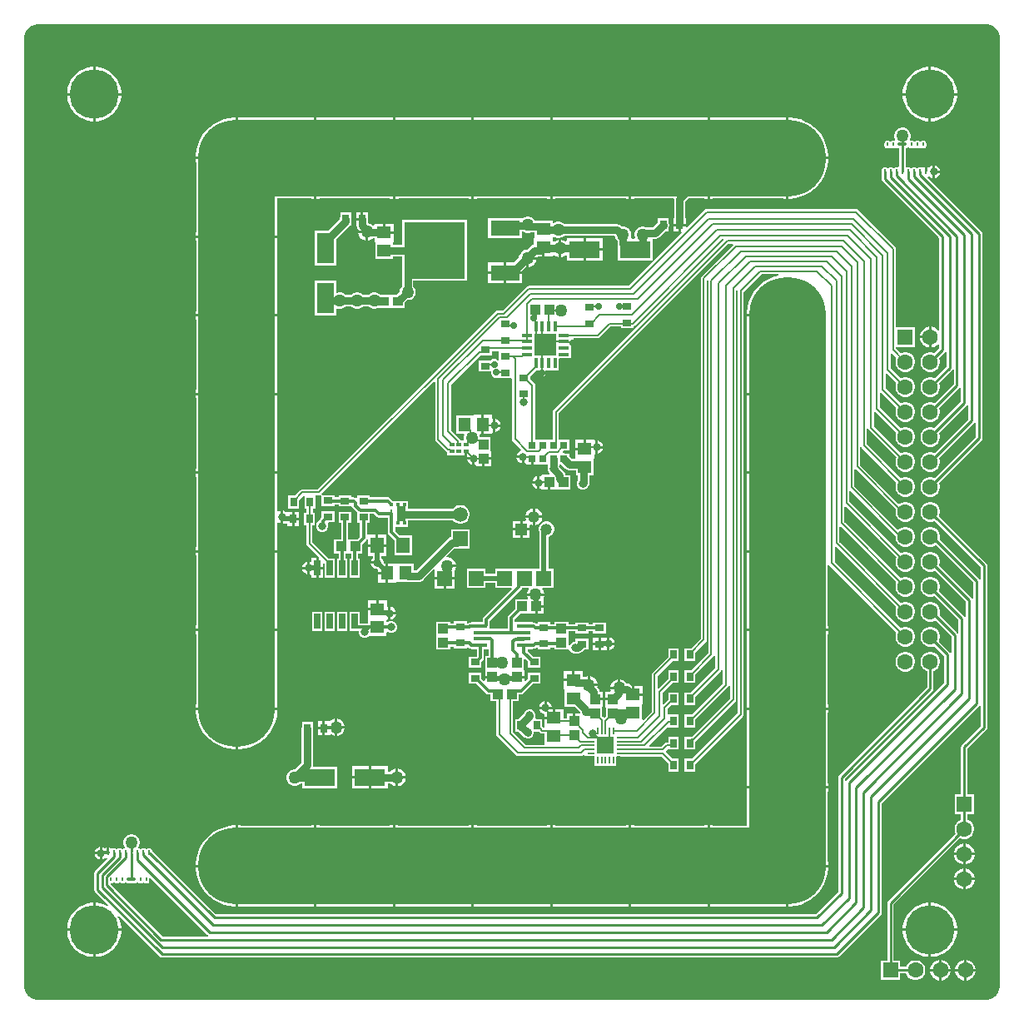
<source format=gbr>
%TF.GenerationSoftware,Altium Limited,Altium Designer,23.9.2 (47)*%
G04 Layer_Physical_Order=1*
G04 Layer_Color=255*
%FSLAX25Y25*%
%MOIN*%
%TF.SameCoordinates,F944BC78-FABB-4A85-9D96-7E9E55BFA98D*%
%TF.FilePolarity,Positive*%
%TF.FileFunction,Copper,L1,Top,Signal*%
%TF.Part,Single*%
G01*
G75*
%TA.AperFunction,SMDPad,CuDef*%
%ADD10R,0.02756X0.03543*%
G04:AMPARAMS|DCode=11|XSize=9.06mil|YSize=13.39mil|CornerRadius=0.91mil|HoleSize=0mil|Usage=FLASHONLY|Rotation=180.000|XOffset=0mil|YOffset=0mil|HoleType=Round|Shape=RoundedRectangle|*
%AMROUNDEDRECTD11*
21,1,0.00906,0.01158,0,0,180.0*
21,1,0.00724,0.01339,0,0,180.0*
1,1,0.00181,-0.00362,0.00579*
1,1,0.00181,0.00362,0.00579*
1,1,0.00181,0.00362,-0.00579*
1,1,0.00181,-0.00362,-0.00579*
%
%ADD11ROUNDEDRECTD11*%
G04:AMPARAMS|DCode=12|XSize=9.06mil|YSize=17.32mil|CornerRadius=0.91mil|HoleSize=0mil|Usage=FLASHONLY|Rotation=180.000|XOffset=0mil|YOffset=0mil|HoleType=Round|Shape=RoundedRectangle|*
%AMROUNDEDRECTD12*
21,1,0.00906,0.01551,0,0,180.0*
21,1,0.00724,0.01732,0,0,180.0*
1,1,0.00181,-0.00362,0.00776*
1,1,0.00181,0.00362,0.00776*
1,1,0.00181,0.00362,-0.00776*
1,1,0.00181,-0.00362,-0.00776*
%
%ADD12ROUNDEDRECTD12*%
%ADD13R,0.05906X0.05906*%
%ADD14R,0.03543X0.02756*%
%ADD15R,0.03937X0.03937*%
%ADD16R,0.02559X0.06016*%
%ADD17R,0.05315X0.06496*%
%ADD18R,0.01181X0.01378*%
%ADD19R,0.03740X0.05906*%
%ADD20R,0.00925X0.03425*%
%ADD21R,0.05118X0.05709*%
%ADD22R,0.12402X0.07087*%
%ADD23R,0.05709X0.05118*%
%ADD24R,0.02854X0.02756*%
%ADD25R,0.03937X0.03937*%
%ADD26R,0.03898X0.03701*%
%ADD27R,0.07087X0.12402*%
%ADD28R,0.11811X0.06299*%
%ADD29R,0.24410X0.22835*%
%ADD30R,0.04134X0.01378*%
%ADD31R,0.01378X0.04134*%
%ADD32R,0.08898X0.08898*%
%ADD33R,0.07087X0.07087*%
%ADD34R,0.00787X0.03150*%
%ADD35R,0.03150X0.00787*%
%ADD36R,0.05610X0.01772*%
%ADD37R,0.05906X0.05906*%
%ADD38R,0.01968X0.01575*%
%TA.AperFunction,Conductor*%
%ADD39C,0.00787*%
%ADD40C,0.02953*%
%ADD41C,0.01181*%
%ADD42C,0.01000*%
%ADD43C,0.01968*%
%ADD44C,0.30709*%
%TA.AperFunction,ComponentPad*%
%ADD45C,0.06299*%
%ADD46R,0.06299X0.06299*%
%TA.AperFunction,ViaPad*%
%ADD47C,0.19685*%
%TA.AperFunction,ComponentPad*%
%ADD48C,0.05906*%
%ADD49R,0.05906X0.05906*%
%ADD50C,0.30709*%
%ADD51R,0.06299X0.06299*%
%ADD52C,0.04693*%
%ADD53R,0.04693X0.04693*%
%TA.AperFunction,ViaPad*%
%ADD54C,0.03150*%
%ADD55C,0.02756*%
%ADD56C,0.05000*%
G36*
X209635Y214930D02*
X210157D01*
X211180Y214726D01*
X212143Y214327D01*
X213010Y213748D01*
X213748Y213010D01*
X214327Y212143D01*
X214726Y211180D01*
X214930Y210157D01*
X214930Y209635D01*
X214930Y-170265D01*
X214930Y-170787D01*
X214726Y-171810D01*
X214327Y-172773D01*
X213748Y-173640D01*
X213010Y-174378D01*
X212143Y-174957D01*
X211180Y-175356D01*
X210157Y-175560D01*
X209635D01*
X-170246Y-175540D01*
X-170246Y-175540D01*
X-170246Y-175540D01*
X-170767D01*
X-171790Y-175337D01*
X-172754Y-174937D01*
X-173621Y-174358D01*
X-174358Y-173621D01*
X-174937Y-172754D01*
X-175337Y-171790D01*
X-175545Y-170744D01*
X-175560Y-170241D01*
Y209635D01*
Y210157D01*
X-175356Y211180D01*
X-174957Y212143D01*
X-174378Y213010D01*
X-173640Y213748D01*
X-172773Y214327D01*
X-171810Y214726D01*
X-170787Y214930D01*
X-170265Y214930D01*
X209635Y214930D01*
D02*
G37*
%LPC*%
G36*
X187861Y197850D02*
X187508D01*
Y187508D01*
X197850D01*
Y187861D01*
X197583Y189547D01*
X197056Y191170D01*
X196281Y192691D01*
X195278Y194071D01*
X194071Y195278D01*
X192691Y196281D01*
X191170Y197056D01*
X189547Y197583D01*
X187861Y197850D01*
D02*
G37*
G36*
X186508D02*
X186154D01*
X184469Y197583D01*
X182846Y197056D01*
X181325Y196281D01*
X179944Y195278D01*
X178738Y194071D01*
X177734Y192691D01*
X176960Y191170D01*
X176432Y189547D01*
X176165Y187861D01*
Y187508D01*
X186508D01*
Y197850D01*
D02*
G37*
G36*
X-146784D02*
X-147138D01*
Y187508D01*
X-136795D01*
Y187861D01*
X-137062Y189547D01*
X-137590Y191170D01*
X-138364Y192691D01*
X-139368Y194071D01*
X-140574Y195278D01*
X-141955Y196281D01*
X-143476Y197056D01*
X-145099Y197583D01*
X-146784Y197850D01*
D02*
G37*
G36*
X-148138D02*
X-148491D01*
X-150177Y197583D01*
X-151800Y197056D01*
X-153321Y196281D01*
X-154701Y195278D01*
X-155908Y194071D01*
X-156911Y192691D01*
X-157686Y191170D01*
X-158213Y189547D01*
X-158480Y187861D01*
Y187508D01*
X-148138D01*
Y197850D01*
D02*
G37*
G36*
X129421Y177772D02*
X128849D01*
X127614Y177609D01*
X100733D01*
X99497Y177772D01*
X98925D01*
Y161417D01*
Y145063D01*
X99497D01*
X100733Y145226D01*
X127614D01*
X128849Y145063D01*
X129421D01*
Y161417D01*
Y177772D01*
D02*
G37*
G36*
X97925D02*
X97353D01*
X96118Y177609D01*
X69237D01*
X68001Y177772D01*
X67429D01*
Y161417D01*
Y145063D01*
X68001D01*
X69237Y145226D01*
X84364D01*
X84519Y145038D01*
Y137417D01*
X84449D01*
Y135146D01*
X86827D01*
X89205D01*
Y137417D01*
X89135D01*
Y144082D01*
X90279Y145226D01*
X96118D01*
X97353Y145063D01*
X97925D01*
Y161417D01*
Y177772D01*
D02*
G37*
G36*
X66429D02*
X65857D01*
X64622Y177609D01*
X37741D01*
X36505Y177772D01*
X35933D01*
Y161417D01*
Y145063D01*
X36505D01*
X37741Y145226D01*
X64622D01*
X65857Y145063D01*
X66429D01*
Y161417D01*
Y177772D01*
D02*
G37*
G36*
X34933D02*
X34361D01*
X33125Y177609D01*
X6245D01*
X5009Y177772D01*
X4437D01*
Y161417D01*
Y145063D01*
X5009D01*
X6245Y145226D01*
X33125D01*
X34361Y145063D01*
X34933D01*
Y161417D01*
Y177772D01*
D02*
G37*
G36*
X3437D02*
X2865D01*
X1629Y177609D01*
X-25251D01*
X-26487Y177772D01*
X-27059D01*
Y161417D01*
Y145063D01*
X-26487D01*
X-25251Y145226D01*
X1629D01*
X2865Y145063D01*
X3437D01*
Y161417D01*
Y177772D01*
D02*
G37*
G36*
X-28059D02*
X-28631D01*
X-29867Y177609D01*
X-56748D01*
X-57983Y177772D01*
X-58555D01*
Y161417D01*
Y145063D01*
X-57983D01*
X-56748Y145226D01*
X-29867D01*
X-28631Y145063D01*
X-28059D01*
Y161417D01*
Y177772D01*
D02*
G37*
G36*
X-59555D02*
X-60127D01*
X-61363Y177609D01*
X-88244D01*
X-89479Y177772D01*
X-90051D01*
Y161417D01*
X-90551D01*
Y160917D01*
X-106905D01*
Y160345D01*
X-106743Y159110D01*
Y132229D01*
X-106905Y130993D01*
Y130421D01*
X-90551D01*
X-74197D01*
Y130993D01*
X-74360Y132229D01*
Y145226D01*
X-61363D01*
X-60127Y145063D01*
X-59555D01*
Y161417D01*
Y177772D01*
D02*
G37*
G36*
X197850Y186508D02*
X187508D01*
Y176165D01*
X187861D01*
X189547Y176432D01*
X191170Y176960D01*
X192691Y177734D01*
X194071Y178738D01*
X195278Y179944D01*
X196281Y181325D01*
X197056Y182846D01*
X197583Y184469D01*
X197850Y186154D01*
Y186508D01*
D02*
G37*
G36*
X186508D02*
X176165D01*
Y186154D01*
X176432Y184469D01*
X176960Y182846D01*
X177734Y181325D01*
X178738Y179944D01*
X179944Y178738D01*
X181325Y177734D01*
X182846Y176960D01*
X184469Y176432D01*
X186154Y176165D01*
X186508D01*
Y186508D01*
D02*
G37*
G36*
X-136795D02*
X-147138D01*
Y176165D01*
X-146784D01*
X-145099Y176432D01*
X-143476Y176960D01*
X-141955Y177734D01*
X-140574Y178738D01*
X-139368Y179944D01*
X-138364Y181325D01*
X-137590Y182846D01*
X-137062Y184469D01*
X-136795Y186154D01*
Y186508D01*
D02*
G37*
G36*
X-148138D02*
X-158480D01*
Y186154D01*
X-158213Y184469D01*
X-157686Y182846D01*
X-156911Y181325D01*
X-155908Y179944D01*
X-154701Y178738D01*
X-153321Y177734D01*
X-151800Y176960D01*
X-150177Y176432D01*
X-148491Y176165D01*
X-148138D01*
Y186508D01*
D02*
G37*
G36*
X176540Y173518D02*
X175675D01*
X174839Y173294D01*
X174089Y172861D01*
X173477Y172249D01*
X173044Y171499D01*
X172820Y170663D01*
Y169798D01*
X173044Y168961D01*
X173159Y168763D01*
X172839Y168317D01*
X172803Y168324D01*
X172079D01*
X171736Y168256D01*
X171446Y168062D01*
X171074D01*
X170783Y168256D01*
X170441Y168324D01*
X169717D01*
X169374Y168256D01*
X169084Y168062D01*
X168889Y167772D01*
X168821Y167429D01*
Y166272D01*
X168889Y165929D01*
X169084Y165639D01*
X169374Y165445D01*
X169717Y165376D01*
X170441D01*
X170783Y165445D01*
X171074Y165639D01*
X171446D01*
X171736Y165445D01*
X172079Y165376D01*
X172803D01*
X173146Y165445D01*
X173436Y165639D01*
X173808D01*
X174098Y165445D01*
X174441Y165376D01*
X174672D01*
Y157958D01*
X174578Y157857D01*
X174172Y157618D01*
X173984Y157655D01*
X173260D01*
X172917Y157587D01*
X172627Y157393D01*
X172255D01*
X171965Y157587D01*
X171622Y157655D01*
X170898D01*
X170555Y157587D01*
X170265Y157393D01*
X169893D01*
X169602Y157587D01*
X169260Y157655D01*
X168535D01*
X168193Y157587D01*
X167903Y157393D01*
X167708Y157102D01*
X167640Y156760D01*
Y156262D01*
X167585Y155984D01*
X167585Y155984D01*
Y153150D01*
X167685Y152647D01*
X167970Y152222D01*
X190813Y129378D01*
Y92628D01*
X190313Y92421D01*
X189713Y93021D01*
X188767Y93568D01*
X187712Y93850D01*
X187665D01*
Y89701D01*
Y85551D01*
X187712D01*
X188767Y85834D01*
X189713Y86380D01*
X190313Y86980D01*
X190813Y86773D01*
Y85205D01*
X188871Y83262D01*
X188685Y83369D01*
X187684Y83638D01*
X186647D01*
X185646Y83369D01*
X184748Y82851D01*
X184015Y82118D01*
X183497Y81220D01*
X183228Y80219D01*
Y79182D01*
X183497Y78181D01*
X184015Y77283D01*
X184748Y76550D01*
X185646Y76032D01*
X186647Y75764D01*
X187684D01*
X188685Y76032D01*
X189583Y76550D01*
X190316Y77283D01*
X190834Y78181D01*
X191102Y79182D01*
Y80219D01*
X190834Y81220D01*
X190727Y81406D01*
X193054Y83733D01*
X193069Y83756D01*
X193569Y83604D01*
Y77961D01*
X188871Y73262D01*
X188685Y73369D01*
X187684Y73638D01*
X186647D01*
X185646Y73369D01*
X184748Y72851D01*
X184015Y72118D01*
X183497Y71220D01*
X183228Y70219D01*
Y69182D01*
X183497Y68181D01*
X184015Y67283D01*
X184748Y66550D01*
X185646Y66032D01*
X186647Y65764D01*
X187684D01*
X188685Y66032D01*
X189583Y66550D01*
X190316Y67283D01*
X190834Y68181D01*
X191102Y69182D01*
Y70219D01*
X190834Y71220D01*
X190727Y71406D01*
X195810Y76489D01*
X196022Y76806D01*
X196522Y76696D01*
Y70914D01*
X188871Y63262D01*
X188685Y63370D01*
X187684Y63638D01*
X186647D01*
X185646Y63370D01*
X184748Y62851D01*
X184015Y62118D01*
X183497Y61220D01*
X183228Y60219D01*
Y59183D01*
X183497Y58181D01*
X184015Y57283D01*
X184748Y56550D01*
X185646Y56032D01*
X186647Y55764D01*
X187684D01*
X188685Y56032D01*
X189583Y56550D01*
X190316Y57283D01*
X190834Y58181D01*
X191102Y59183D01*
Y60219D01*
X190834Y61220D01*
X190727Y61406D01*
X198763Y69442D01*
X198975Y69759D01*
X199475Y69649D01*
Y63867D01*
X188871Y53262D01*
X188685Y53369D01*
X187684Y53638D01*
X186647D01*
X185646Y53369D01*
X184748Y52851D01*
X184015Y52118D01*
X183497Y51220D01*
X183228Y50219D01*
Y49183D01*
X183497Y48181D01*
X184015Y47283D01*
X184748Y46550D01*
X185646Y46032D01*
X186647Y45764D01*
X187684D01*
X188685Y46032D01*
X189583Y46550D01*
X190316Y47283D01*
X190834Y48181D01*
X191102Y49183D01*
Y50219D01*
X190834Y51220D01*
X190727Y51406D01*
X201716Y62395D01*
X201927Y62712D01*
X202428Y62602D01*
Y56819D01*
X188871Y43262D01*
X188685Y43369D01*
X187684Y43638D01*
X186647D01*
X185646Y43369D01*
X184748Y42851D01*
X184015Y42118D01*
X183497Y41220D01*
X183228Y40219D01*
Y39182D01*
X183497Y38181D01*
X184015Y37283D01*
X184748Y36550D01*
X185646Y36032D01*
X186647Y35764D01*
X187684D01*
X188685Y36032D01*
X189583Y36550D01*
X190316Y37283D01*
X190834Y38181D01*
X191102Y39182D01*
Y40219D01*
X190834Y41220D01*
X190727Y41406D01*
X204668Y55347D01*
X204880Y55665D01*
X205380Y55554D01*
Y49772D01*
X188871Y33262D01*
X188685Y33369D01*
X187684Y33638D01*
X186647D01*
X185646Y33369D01*
X184748Y32851D01*
X184015Y32118D01*
X183497Y31220D01*
X183228Y30219D01*
Y29182D01*
X183497Y28181D01*
X184015Y27283D01*
X184748Y26550D01*
X185646Y26032D01*
X186647Y25764D01*
X187684D01*
X188685Y26032D01*
X189583Y26550D01*
X190316Y27283D01*
X190834Y28181D01*
X191102Y29182D01*
Y30219D01*
X190834Y31220D01*
X190727Y31406D01*
X207621Y48300D01*
X207906Y48726D01*
X208005Y49228D01*
Y131102D01*
X207906Y131605D01*
X207621Y132030D01*
X186075Y153577D01*
X186204Y154055D01*
X186646Y154201D01*
X187002Y153845D01*
X187589Y153506D01*
X188083Y153374D01*
Y155905D01*
Y158437D01*
X187589Y158305D01*
X187002Y157966D01*
X186582Y157546D01*
X186582Y157546D01*
X186221Y157787D01*
X185933Y157844D01*
Y155984D01*
X184933D01*
Y157844D01*
X184645Y157787D01*
X184285Y157546D01*
X183776Y157587D01*
X183433Y157655D01*
X182709D01*
X182366Y157587D01*
X182076Y157393D01*
X181704D01*
X181413Y157587D01*
X181071Y157655D01*
X180347D01*
X180004Y157587D01*
X179713Y157393D01*
X179342D01*
X179051Y157587D01*
X178709Y157655D01*
X177984D01*
X177797Y157618D01*
X177391Y157857D01*
X177297Y157958D01*
Y165376D01*
X177527D01*
X177870Y165445D01*
X178161Y165639D01*
X178532D01*
X178823Y165445D01*
X179165Y165376D01*
X179890D01*
X180232Y165445D01*
X180523Y165639D01*
X180895D01*
X181185Y165445D01*
X181528Y165376D01*
X182252D01*
X182595Y165445D01*
X182885Y165639D01*
X183257D01*
X183547Y165445D01*
X183890Y165376D01*
X184614D01*
X184957Y165445D01*
X185247Y165639D01*
X185441Y165929D01*
X185509Y166272D01*
Y167429D01*
X185441Y167772D01*
X185247Y168062D01*
X184957Y168256D01*
X184614Y168324D01*
X183890D01*
X183547Y168256D01*
X183257Y168062D01*
X182885D01*
X182595Y168256D01*
X182252Y168324D01*
X181528D01*
X181185Y168256D01*
X180895Y168062D01*
X180523D01*
X180232Y168256D01*
X179890Y168324D01*
X179381D01*
X179095Y168745D01*
X179084Y168811D01*
X179171Y168961D01*
X179395Y169798D01*
Y170663D01*
X179171Y171499D01*
X178738Y172249D01*
X178126Y172861D01*
X177376Y173294D01*
X176540Y173518D01*
D02*
G37*
G36*
X130993Y177772D02*
X130421D01*
Y161917D01*
X146276D01*
Y162489D01*
X145996Y164615D01*
X145441Y166685D01*
X144621Y168666D01*
X143549Y170523D01*
X142244Y172224D01*
X140728Y173740D01*
X139027Y175045D01*
X137170Y176117D01*
X135189Y176937D01*
X133119Y177492D01*
X130993Y177772D01*
D02*
G37*
G36*
X-91051D02*
X-91623D01*
X-93749Y177492D01*
X-95819Y176937D01*
X-97800Y176117D01*
X-99657Y175045D01*
X-101357Y173740D01*
X-102873Y172224D01*
X-104179Y170523D01*
X-105250Y168666D01*
X-106071Y166685D01*
X-106626Y164615D01*
X-106905Y162489D01*
Y161917D01*
X-91051D01*
Y177772D01*
D02*
G37*
G36*
X189083Y158437D02*
Y156405D01*
X191114D01*
X190982Y156899D01*
X190643Y157486D01*
X190164Y157966D01*
X189576Y158305D01*
X189083Y158437D01*
D02*
G37*
G36*
X191114Y155405D02*
X189083D01*
Y153374D01*
X189576Y153506D01*
X190164Y153845D01*
X190643Y154324D01*
X190982Y154912D01*
X191114Y155405D01*
D02*
G37*
G36*
X146276Y160917D02*
X130421D01*
Y145063D01*
X130993D01*
X133119Y145343D01*
X135189Y145898D01*
X137170Y146718D01*
X139027Y147790D01*
X140728Y149095D01*
X142244Y150611D01*
X143549Y152312D01*
X144621Y154168D01*
X145441Y156149D01*
X145996Y158220D01*
X146276Y160345D01*
Y160917D01*
D02*
G37*
G36*
X-40945Y139779D02*
X-42823D01*
Y137508D01*
X-40945D01*
Y139779D01*
D02*
G37*
G36*
X26417Y137933D02*
X25552D01*
X24715Y137709D01*
X24051Y137326D01*
X23551Y137343D01*
X23551Y137343D01*
X23551Y137343D01*
X10165D01*
Y129469D01*
X23551D01*
Y131946D01*
X24086D01*
X24715Y131582D01*
X25552Y131358D01*
X26417D01*
X27253Y131582D01*
X27395Y131664D01*
X28642D01*
Y129650D01*
X28642Y129561D01*
X28429Y129150D01*
X28429Y129131D01*
Y126760D01*
X27825Y126640D01*
X27077Y126140D01*
X25696Y124760D01*
X25523D01*
X24633Y124521D01*
X23835Y124060D01*
X23183Y123409D01*
X22723Y122611D01*
X22484Y121721D01*
Y121548D01*
X20500Y119563D01*
X17358D01*
Y115913D01*
X23764D01*
Y116299D01*
X25288Y117823D01*
X25484Y117770D01*
Y121260D01*
X25984D01*
Y121760D01*
X29539D01*
X29919Y122031D01*
X31784D01*
Y125591D01*
X32783D01*
Y122031D01*
X36138D01*
Y122379D01*
X36638Y122586D01*
X36827Y122396D01*
X37625Y121935D01*
X38476Y121707D01*
Y125197D01*
Y128686D01*
X37625Y128458D01*
X36827Y127998D01*
X36638Y127808D01*
X36138Y128015D01*
Y129131D01*
X36138Y129150D01*
X35925Y129561D01*
Y129611D01*
X36425Y129900D01*
X36920Y129614D01*
X37756Y129390D01*
X38622D01*
X39458Y129614D01*
X40207Y130047D01*
X40530Y130369D01*
X60695D01*
X60922Y130142D01*
X61110Y129440D01*
X61543Y128690D01*
X61865Y128368D01*
Y126870D01*
X61910Y126647D01*
Y120473D01*
X75886D01*
Y129089D01*
X77067D01*
X77950Y129265D01*
X78699Y129766D01*
X81020Y132087D01*
X82480D01*
Y133731D01*
X82623Y134449D01*
Y134646D01*
X82480Y135363D01*
Y137205D01*
X78150D01*
Y135745D01*
X76111Y133706D01*
X73431D01*
X73316Y133772D01*
X72480Y133996D01*
X71614D01*
X70778Y133772D01*
X70029Y133339D01*
X69417Y132727D01*
X68984Y131977D01*
X68760Y131141D01*
Y130276D01*
X68932Y129634D01*
X68636Y129134D01*
X67584D01*
X67289Y129634D01*
X67461Y130276D01*
Y131141D01*
X67237Y131977D01*
X66804Y132727D01*
X66192Y133339D01*
X65442Y133772D01*
X64606Y133996D01*
X63740D01*
X63626Y133966D01*
X63283Y134309D01*
X62534Y134810D01*
X61651Y134985D01*
X40530D01*
X40207Y135308D01*
X39458Y135740D01*
X38622Y135965D01*
X37756D01*
X36920Y135740D01*
X36425Y135455D01*
X35925Y135743D01*
Y136236D01*
X31424D01*
X31201Y136281D01*
X28836D01*
X28615Y136664D01*
X28003Y137276D01*
X27253Y137709D01*
X26417Y137933D01*
D02*
G37*
G36*
X157480Y140968D02*
X157480Y140968D01*
X97638D01*
X97177Y140876D01*
X96786Y140615D01*
X96786Y140615D01*
X89667Y133496D01*
X89205Y133687D01*
Y134146D01*
X87327D01*
Y131874D01*
X87392D01*
X87583Y131412D01*
X66430Y110259D01*
X26378D01*
X26378Y110259D01*
X25917Y110168D01*
X25526Y109907D01*
X25526Y109907D01*
X15946Y100326D01*
X14016D01*
X14016Y100326D01*
X13555Y100235D01*
X13164Y99974D01*
X13164Y99973D01*
X-58046Y28763D01*
X-64280D01*
X-64280Y28763D01*
X-64740Y28672D01*
X-65131Y28411D01*
X-65131Y28411D01*
X-67361Y26181D01*
X-69988D01*
Y21063D01*
X-65658D01*
Y24478D01*
X-63976Y26159D01*
X-63476Y25952D01*
X-63476Y25855D01*
Y21063D01*
X-62515D01*
Y19488D01*
X-63583D01*
Y14370D01*
X-62622D01*
Y7146D01*
X-62622Y7146D01*
X-62530Y6685D01*
X-62269Y6294D01*
X-57732Y1757D01*
X-57787Y1623D01*
Y-2213D01*
X-56008D01*
Y-1028D01*
X-55508Y-777D01*
X-55354Y-891D01*
Y-6508D01*
X-51221D01*
Y1083D01*
X-53651D01*
X-60213Y7644D01*
Y14370D01*
X-59252D01*
Y19488D01*
X-60107D01*
Y21063D01*
X-59146D01*
X-59146Y26181D01*
X-58718Y26355D01*
X-57547D01*
X-57547Y26355D01*
X-57086Y26447D01*
X-56931Y26550D01*
X-56911Y26536D01*
X-56911Y26536D01*
X-56496Y26239D01*
X-56496Y25974D01*
Y22063D01*
X-51378D01*
Y22770D01*
X-49803D01*
Y21957D01*
X-44685D01*
X-44685Y21957D01*
Y21957D01*
X-44242Y21792D01*
X-44211Y21636D01*
X-43907Y21180D01*
X-42323Y19596D01*
Y15445D01*
X-41169D01*
Y9818D01*
X-42325Y8661D01*
X-45839D01*
Y15445D01*
X-44685D01*
Y19776D01*
X-49803D01*
Y15445D01*
X-48649D01*
Y8661D01*
X-51575D01*
Y3150D01*
X-49692D01*
Y1083D01*
X-50354D01*
Y-6508D01*
X-46220D01*
Y1083D01*
X-46883D01*
Y3150D01*
X-46350D01*
X-46063Y3150D01*
Y3150D01*
X-45850D01*
Y3150D01*
X-44692D01*
Y1083D01*
X-45354D01*
Y-6508D01*
X-41221D01*
Y1083D01*
X-41883D01*
Y3150D01*
X-40339D01*
Y6674D01*
X-38770Y8243D01*
X-38508Y8636D01*
X-38264Y8634D01*
X-38008Y8552D01*
Y6799D01*
X-34850D01*
Y10547D01*
X-37859D01*
X-38008Y10547D01*
X-38359Y10902D01*
Y15445D01*
X-37205D01*
Y18961D01*
X-35679D01*
X-34622Y17904D01*
X-34166Y17600D01*
X-33629Y17493D01*
X-29948D01*
Y15256D01*
Y11516D01*
X-29841Y10978D01*
X-29537Y10522D01*
X-27362Y8348D01*
Y2264D01*
X-20472D01*
Y10335D01*
X-25375D01*
X-27138Y12098D01*
Y13780D01*
X-22047D01*
Y16393D01*
X-3965D01*
X-3281Y15708D01*
X-2428Y15215D01*
X-1477Y14961D01*
X-492D01*
X459Y15215D01*
X1312Y15708D01*
X2009Y16404D01*
X2501Y17257D01*
X2756Y18208D01*
Y19193D01*
X2501Y20144D01*
X2009Y20997D01*
X1312Y21694D01*
X459Y22186D01*
X-492Y22441D01*
X-1477D01*
X-2428Y22186D01*
X-3281Y21694D01*
X-3965Y21009D01*
X-22047D01*
Y24016D01*
X-27934D01*
X-29034Y25115D01*
X-29490Y25420D01*
X-30028Y25527D01*
X-37205D01*
Y26287D01*
X-42323D01*
Y25372D01*
X-42823Y25193D01*
X-43163Y25420D01*
X-43701Y25527D01*
X-44685D01*
Y26287D01*
X-49803D01*
Y25580D01*
X-51378D01*
Y26394D01*
X-56048D01*
X-56302Y26394D01*
X-56519Y26884D01*
X-11509Y71894D01*
X-11047Y71703D01*
Y48704D01*
X-11047Y48704D01*
X-10955Y48243D01*
X-10694Y47852D01*
X-6754Y43912D01*
X-6754Y43912D01*
X-6363Y43651D01*
X-6201Y43619D01*
Y42402D01*
X-705D01*
Y42189D01*
X779D01*
Y43976D01*
X1780D01*
Y41907D01*
X1860Y41813D01*
X1807Y41614D01*
X4339D01*
Y41114D01*
X4839D01*
Y38583D01*
X4902Y38600D01*
X5299Y38295D01*
Y38146D01*
X7768D01*
Y41114D01*
X8268D01*
Y41614D01*
X11236D01*
Y44083D01*
X11024Y44083D01*
Y49595D01*
X6831D01*
Y49645D01*
X6615Y50449D01*
X6612Y50542D01*
X6886Y50949D01*
X7480D01*
Y54803D01*
Y58657D01*
X4421D01*
Y58657D01*
X4009Y58445D01*
X-2665D01*
Y51161D01*
X372D01*
X623Y50728D01*
X480Y50481D01*
X256Y49645D01*
Y48780D01*
X276Y48704D01*
X-28Y48307D01*
X-889D01*
X-943Y48579D01*
X-1204Y48970D01*
X-4701Y52467D01*
Y70761D01*
X7018Y82480D01*
X11614D01*
Y84130D01*
X14370D01*
Y80684D01*
X13908Y80493D01*
X13825Y80576D01*
X13029Y80905D01*
X12168D01*
X11372Y80576D01*
X11095Y80299D01*
X6496D01*
Y75968D01*
X11220D01*
Y75160D01*
X11550Y74364D01*
X12159Y73755D01*
X12955Y73425D01*
X13816D01*
X14060Y73526D01*
X14370Y73319D01*
Y73319D01*
X19488D01*
X19662Y72891D01*
Y48871D01*
X19662Y48871D01*
X19754Y48410D01*
X20015Y48019D01*
X23308Y44726D01*
X23159Y44168D01*
X23022Y44132D01*
X22435Y43793D01*
X21955Y43313D01*
X21616Y42726D01*
X21484Y42232D01*
X24016D01*
Y41732D01*
X24516D01*
Y39201D01*
X24829Y39285D01*
X25329Y38996D01*
Y38567D01*
X27256D01*
Y40945D01*
X28256D01*
Y38567D01*
X30183D01*
Y38780D01*
X33912D01*
Y38152D01*
X33985Y37785D01*
X33858Y37478D01*
Y36538D01*
X34218Y35670D01*
X34826Y35062D01*
X34783Y34795D01*
X34672Y34562D01*
X31571D01*
Y34277D01*
X31071Y33959D01*
X30815Y34028D01*
Y31496D01*
Y28964D01*
X31071Y29033D01*
X31571Y28716D01*
Y28625D01*
X34039D01*
Y31593D01*
X35039D01*
Y28625D01*
X37508D01*
X37508Y28838D01*
X43020D01*
Y34349D01*
X41080D01*
Y34500D01*
X40904Y35383D01*
X40404Y36132D01*
X38504Y38031D01*
X38529Y38152D01*
Y38780D01*
X39354D01*
X40994Y37140D01*
X41743Y36639D01*
X42626Y36463D01*
X45177D01*
Y34343D01*
X46115D01*
Y32527D01*
X46029Y32440D01*
X45669Y31572D01*
Y30632D01*
X46029Y29764D01*
X46693Y29100D01*
X47562Y28740D01*
X48501D01*
X49370Y29100D01*
X50034Y29764D01*
X50106Y29938D01*
X50556Y30611D01*
X50731Y31494D01*
Y34343D01*
X52461D01*
Y40929D01*
X52461Y41017D01*
X52673Y41429D01*
X52673Y41447D01*
Y42826D01*
X53043Y43110D01*
Y45669D01*
Y48228D01*
X52673Y48513D01*
Y48547D01*
X49319D01*
Y44988D01*
X48819D01*
Y44488D01*
X44965D01*
Y41580D01*
X44965Y41429D01*
X44609Y41080D01*
X43582D01*
X42667Y41995D01*
Y43110D01*
X41170D01*
X40453Y43253D01*
X40193Y43201D01*
X39628Y43580D01*
X39611Y43668D01*
X40234Y44291D01*
X42667D01*
Y48622D01*
X38458D01*
Y59196D01*
X106404Y127142D01*
X108000D01*
X108207Y126642D01*
X95605Y114041D01*
X95344Y113650D01*
X95252Y113189D01*
X95252Y113189D01*
Y-30907D01*
X91317Y-34843D01*
X88689D01*
Y-39961D01*
X93020D01*
Y-36546D01*
X97308Y-32257D01*
X97308Y-32257D01*
X97569Y-31866D01*
X97661Y-31405D01*
X97661Y-31405D01*
Y112338D01*
X97823Y112465D01*
X98204Y112208D01*
X98205Y112205D01*
X98205Y112205D01*
Y-36812D01*
X91317Y-43701D01*
X88689D01*
Y-48819D01*
X93020D01*
Y-45404D01*
X100261Y-38163D01*
X100522Y-37772D01*
X100614Y-37311D01*
Y111354D01*
X100775Y111481D01*
X101157Y111224D01*
X101158Y111221D01*
X101158Y111220D01*
Y-42718D01*
X91317Y-52559D01*
X88689D01*
Y-57677D01*
X93020D01*
Y-54262D01*
X103214Y-44068D01*
X103214Y-44068D01*
X103475Y-43677D01*
X103567Y-43216D01*
Y110370D01*
X103728Y110497D01*
X104109Y110239D01*
X104111Y110236D01*
X104111Y110236D01*
Y-49017D01*
X91710Y-61417D01*
X88689D01*
Y-66535D01*
X93020D01*
Y-63493D01*
X93084Y-63450D01*
X106167Y-50367D01*
X106167Y-50367D01*
X106428Y-49977D01*
X106519Y-49516D01*
Y109386D01*
X106681Y109513D01*
X107062Y109255D01*
X107063Y109252D01*
X107063Y109252D01*
Y-54922D01*
X91710Y-70276D01*
X88689D01*
Y-75394D01*
X93020D01*
Y-72351D01*
X93084Y-72308D01*
X109119Y-56273D01*
X109119Y-56273D01*
X109380Y-55882D01*
X109472Y-55421D01*
X109472Y-55421D01*
Y108401D01*
X109634Y108528D01*
X110015Y108271D01*
X110016Y108268D01*
X110016Y108268D01*
Y-60828D01*
X91710Y-79134D01*
X88689D01*
Y-84252D01*
X93020D01*
Y-81209D01*
X93084Y-81166D01*
X112072Y-62178D01*
X112072Y-62178D01*
X112333Y-61788D01*
X112425Y-61327D01*
X112425Y-61327D01*
Y107769D01*
X119593Y114937D01*
X126426D01*
X126492Y114437D01*
X124653Y113945D01*
X122672Y113124D01*
X120816Y112053D01*
X119115Y110747D01*
X117599Y109231D01*
X116294Y107531D01*
X115222Y105674D01*
X114402Y103693D01*
X113847Y101623D01*
X113567Y99497D01*
Y98925D01*
X129921D01*
Y97925D01*
X113567D01*
Y97353D01*
X113730Y96118D01*
Y69237D01*
X113567Y68001D01*
Y67429D01*
X129921D01*
Y66429D01*
X113567D01*
Y65857D01*
X113730Y64622D01*
Y37741D01*
X113567Y36505D01*
Y35933D01*
X129921D01*
Y34933D01*
X113567D01*
Y34361D01*
X113730Y33125D01*
Y6245D01*
X113567Y5009D01*
Y4437D01*
X129921D01*
Y3437D01*
X113567D01*
Y2865D01*
X113730Y1629D01*
Y-25251D01*
X113567Y-26487D01*
Y-27059D01*
X129921D01*
X146276D01*
Y-26487D01*
X146113Y-25251D01*
Y-1515D01*
X146613Y-1364D01*
X146786Y-1623D01*
X173660Y-28497D01*
X173497Y-28780D01*
X173228Y-29781D01*
Y-30817D01*
X173497Y-31819D01*
X174015Y-32717D01*
X174748Y-33450D01*
X175646Y-33968D01*
X176647Y-34236D01*
X177684D01*
X178685Y-33968D01*
X179583Y-33450D01*
X180316Y-32717D01*
X180834Y-31819D01*
X181102Y-30817D01*
Y-29781D01*
X180834Y-28780D01*
X180316Y-27882D01*
X179583Y-27149D01*
X178685Y-26630D01*
X177684Y-26362D01*
X176647D01*
X175646Y-26630D01*
X175363Y-26794D01*
X148842Y-273D01*
Y5668D01*
X149304Y5859D01*
X173660Y-18497D01*
X173497Y-18780D01*
X173228Y-19781D01*
Y-20818D01*
X173497Y-21819D01*
X174015Y-22717D01*
X174748Y-23450D01*
X175646Y-23968D01*
X176647Y-24236D01*
X177684D01*
X178685Y-23968D01*
X179583Y-23450D01*
X180316Y-22717D01*
X180834Y-21819D01*
X181102Y-20818D01*
Y-19781D01*
X180834Y-18780D01*
X180316Y-17882D01*
X179583Y-17149D01*
X178685Y-16631D01*
X177684Y-16362D01*
X176647D01*
X175646Y-16631D01*
X175363Y-16794D01*
X150811Y7759D01*
Y13699D01*
X151272Y13891D01*
X173660Y-8497D01*
X173497Y-8780D01*
X173228Y-9781D01*
Y-10818D01*
X173497Y-11819D01*
X174015Y-12717D01*
X174748Y-13450D01*
X175646Y-13968D01*
X176647Y-14236D01*
X177684D01*
X178685Y-13968D01*
X179583Y-13450D01*
X180316Y-12717D01*
X180834Y-11819D01*
X181102Y-10818D01*
Y-9781D01*
X180834Y-8780D01*
X180316Y-7882D01*
X179583Y-7149D01*
X178685Y-6630D01*
X177684Y-6362D01*
X176647D01*
X175646Y-6630D01*
X175363Y-6794D01*
X152779Y15790D01*
Y21731D01*
X153241Y21922D01*
X173660Y1503D01*
X173497Y1220D01*
X173228Y219D01*
Y-817D01*
X173497Y-1819D01*
X174015Y-2717D01*
X174748Y-3450D01*
X175646Y-3968D01*
X176647Y-4236D01*
X177684D01*
X178685Y-3968D01*
X179583Y-3450D01*
X180316Y-2717D01*
X180834Y-1819D01*
X181102Y-817D01*
Y219D01*
X180834Y1220D01*
X180316Y2118D01*
X179583Y2851D01*
X178685Y3370D01*
X177684Y3638D01*
X176647D01*
X175646Y3370D01*
X175363Y3206D01*
X154748Y23822D01*
Y27935D01*
X155210Y28127D01*
X173228Y10108D01*
Y9183D01*
X173497Y8181D01*
X174015Y7283D01*
X174748Y6550D01*
X175646Y6032D01*
X176647Y5764D01*
X177684D01*
X178685Y6032D01*
X179583Y6550D01*
X180316Y7283D01*
X180834Y8181D01*
X181102Y9183D01*
Y10219D01*
X180834Y11220D01*
X180316Y12118D01*
X179583Y12851D01*
X178685Y13370D01*
X177684Y13638D01*
X176647D01*
X175646Y13370D01*
X174748Y12851D01*
X174320Y12423D01*
X156716Y30026D01*
Y36740D01*
X157216Y36947D01*
X173380Y20784D01*
X173228Y20219D01*
Y19183D01*
X173497Y18181D01*
X174015Y17283D01*
X174748Y16550D01*
X175646Y16032D01*
X176647Y15764D01*
X177684D01*
X178685Y16032D01*
X179583Y16550D01*
X180316Y17283D01*
X180834Y18181D01*
X181102Y19183D01*
Y20219D01*
X180834Y21220D01*
X180316Y22118D01*
X179583Y22851D01*
X178685Y23370D01*
X177684Y23638D01*
X176647D01*
X175646Y23370D01*
X174748Y22851D01*
X174733Y22836D01*
X159078Y38491D01*
Y45601D01*
X159132Y45623D01*
X159578Y45684D01*
X159778Y45385D01*
X173660Y31503D01*
X173497Y31220D01*
X173228Y30219D01*
Y29182D01*
X173497Y28181D01*
X174015Y27283D01*
X174748Y26550D01*
X175646Y26032D01*
X176647Y25764D01*
X177684D01*
X178685Y26032D01*
X179583Y26550D01*
X180316Y27283D01*
X180834Y28181D01*
X181102Y29182D01*
Y30219D01*
X180834Y31220D01*
X180316Y32118D01*
X179583Y32851D01*
X178685Y33369D01*
X177684Y33638D01*
X176647D01*
X175646Y33369D01*
X175363Y33206D01*
X161834Y46735D01*
Y52845D01*
X161888Y52867D01*
X162334Y52928D01*
X162534Y52629D01*
X173660Y41503D01*
X173497Y41220D01*
X173228Y40219D01*
Y39182D01*
X173497Y38181D01*
X174015Y37283D01*
X174748Y36550D01*
X175646Y36032D01*
X176647Y35764D01*
X177684D01*
X178685Y36032D01*
X179583Y36550D01*
X180316Y37283D01*
X180834Y38181D01*
X181102Y39182D01*
Y40219D01*
X180834Y41220D01*
X180316Y42118D01*
X179583Y42851D01*
X178685Y43369D01*
X177684Y43638D01*
X176647D01*
X175646Y43369D01*
X175363Y43206D01*
X164590Y53979D01*
Y59866D01*
X165090Y60073D01*
X173660Y51503D01*
X173497Y51220D01*
X173228Y50219D01*
Y49183D01*
X173497Y48181D01*
X174015Y47283D01*
X174748Y46550D01*
X175646Y46032D01*
X176647Y45764D01*
X177684D01*
X178685Y46032D01*
X179583Y46550D01*
X180316Y47283D01*
X180834Y48181D01*
X181102Y49183D01*
Y50219D01*
X180834Y51220D01*
X180316Y52118D01*
X179583Y52851D01*
X178685Y53369D01*
X177684Y53638D01*
X176647D01*
X175646Y53369D01*
X175363Y53206D01*
X166952Y61617D01*
Y67504D01*
X167452Y67711D01*
X173660Y61503D01*
X173497Y61220D01*
X173228Y60219D01*
Y59183D01*
X173497Y58181D01*
X174015Y57283D01*
X174748Y56550D01*
X175646Y56032D01*
X176647Y55764D01*
X177684D01*
X178685Y56032D01*
X179583Y56550D01*
X180316Y57283D01*
X180834Y58181D01*
X181102Y59183D01*
Y60219D01*
X180834Y61220D01*
X180316Y62118D01*
X179583Y62851D01*
X178685Y63370D01*
X177684Y63638D01*
X176647D01*
X175646Y63370D01*
X175363Y63206D01*
X169315Y69255D01*
Y75195D01*
X169776Y75387D01*
X173660Y71503D01*
X173497Y71220D01*
X173228Y70219D01*
Y69182D01*
X173497Y68181D01*
X174015Y67283D01*
X174748Y66550D01*
X175646Y66032D01*
X176647Y65764D01*
X177684D01*
X178685Y66032D01*
X179583Y66550D01*
X180316Y67283D01*
X180834Y68181D01*
X181102Y69182D01*
Y70219D01*
X180834Y71220D01*
X180316Y72118D01*
X179583Y72851D01*
X178685Y73369D01*
X177684Y73638D01*
X176647D01*
X175646Y73369D01*
X175363Y73206D01*
X171283Y77286D01*
Y83173D01*
X171783Y83380D01*
X173660Y81503D01*
X173497Y81220D01*
X173228Y80219D01*
Y79182D01*
X173497Y78181D01*
X174015Y77283D01*
X174748Y76550D01*
X175646Y76032D01*
X176647Y75764D01*
X177684D01*
X178685Y76032D01*
X179583Y76550D01*
X180316Y77283D01*
X180834Y78181D01*
X181102Y79182D01*
Y80219D01*
X180834Y81220D01*
X180316Y82118D01*
X179583Y82851D01*
X178685Y83369D01*
X177684Y83638D01*
X176647D01*
X175646Y83369D01*
X175363Y83206D01*
X173448Y85121D01*
Y85764D01*
X181102D01*
Y93638D01*
X173448D01*
Y125000D01*
X173448Y125000D01*
X173357Y125461D01*
X173096Y125852D01*
X158332Y140615D01*
X157941Y140876D01*
X157480Y140968D01*
D02*
G37*
G36*
X-27654Y135161D02*
X-31009D01*
Y132102D01*
X-27654D01*
Y135161D01*
D02*
G37*
G36*
X86327Y134146D02*
X84449D01*
Y131874D01*
X86327D01*
Y134146D01*
D02*
G37*
G36*
X-38886Y131390D02*
X-41875D01*
X-41647Y130539D01*
X-41186Y129741D01*
X-40535Y129089D01*
X-39737Y128628D01*
X-38886Y128400D01*
Y131390D01*
D02*
G37*
G36*
X48319Y129347D02*
X41618D01*
Y128212D01*
X41125Y127998D01*
X40327Y128458D01*
X39476Y128686D01*
Y125197D01*
Y121707D01*
X40327Y121935D01*
X41125Y122396D01*
X41618Y122182D01*
Y120260D01*
X48319D01*
Y124803D01*
Y129347D01*
D02*
G37*
G36*
X56020D02*
X49319D01*
Y125303D01*
X56020D01*
Y129347D01*
D02*
G37*
G36*
Y124303D02*
X49319D01*
Y120260D01*
X56020D01*
Y124303D01*
D02*
G37*
G36*
X-44791Y139567D02*
X-49122D01*
Y137891D01*
X-49187Y137793D01*
X-49323Y137110D01*
X-54052Y132382D01*
X-59449D01*
Y118405D01*
X-50787D01*
Y129118D01*
X-45456Y134449D01*
X-44791D01*
Y135891D01*
X-44747Y136114D01*
Y136513D01*
X-44649Y137008D01*
X-44791Y137726D01*
Y139567D01*
D02*
G37*
G36*
X29474Y120760D02*
X26484D01*
Y117770D01*
X27335Y117998D01*
X28133Y118459D01*
X28785Y119111D01*
X29246Y119909D01*
X29474Y120760D01*
D02*
G37*
G36*
X16358Y119563D02*
X9953D01*
Y115913D01*
X16358D01*
Y119563D01*
D02*
G37*
G36*
X23764Y114913D02*
X17358D01*
Y111264D01*
X23764D01*
Y114913D01*
D02*
G37*
G36*
X16358D02*
X9953D01*
Y111264D01*
X16358D01*
Y114913D01*
D02*
G37*
G36*
X-38067Y139779D02*
X-39945D01*
Y137008D01*
X-40445D01*
Y136508D01*
X-42823D01*
Y134236D01*
X-42621D01*
X-42479Y133521D01*
X-41979Y132772D01*
X-41816Y132610D01*
X-41875Y132390D01*
X-38386D01*
Y131890D01*
X-37886D01*
Y128400D01*
X-37035Y128628D01*
X-36237Y129089D01*
X-35888Y129438D01*
X-35363D01*
Y128062D01*
X-35363Y128043D01*
X-35151Y127631D01*
X-35151Y127543D01*
Y120957D01*
X-27867D01*
Y121995D01*
X-24402D01*
Y114691D01*
X-24446Y114469D01*
Y110143D01*
X-24768Y109821D01*
X-25201Y109071D01*
X-25425Y108235D01*
Y107779D01*
X-26611Y106594D01*
X-28535D01*
X-29035Y106594D01*
X-29221Y106594D01*
X-33047D01*
X-33415Y106961D01*
X-34164Y107394D01*
X-35000Y107618D01*
X-35866D01*
X-36702Y107394D01*
X-37452Y106961D01*
X-37774Y106639D01*
X-39982D01*
X-40304Y106961D01*
X-41054Y107394D01*
X-41890Y107618D01*
X-42756D01*
X-43592Y107394D01*
X-44341Y106961D01*
X-44664Y106639D01*
X-46872D01*
X-47194Y106961D01*
X-47944Y107394D01*
X-48780Y107618D01*
X-49645D01*
X-50287Y107446D01*
X-50787Y107742D01*
Y112303D01*
X-59449D01*
Y98327D01*
X-50787D01*
Y100920D01*
X-50287Y101215D01*
X-49645Y101043D01*
X-48780D01*
X-47944Y101267D01*
X-47194Y101700D01*
X-46872Y102023D01*
X-44664D01*
X-44341Y101700D01*
X-43592Y101267D01*
X-42756Y101043D01*
X-41890D01*
X-41054Y101267D01*
X-40304Y101700D01*
X-39982Y102023D01*
X-37774D01*
X-37452Y101700D01*
X-36702Y101267D01*
X-35866Y101043D01*
X-35000D01*
X-34164Y101267D01*
X-34077Y101318D01*
X-29221D01*
X-28721Y101318D01*
X-28535Y101318D01*
X-23248D01*
Y103428D01*
X-22161Y104515D01*
X-21705D01*
X-20869Y104739D01*
X-20119Y105172D01*
X-19507Y105784D01*
X-19074Y106533D01*
X-18850Y107369D01*
Y108235D01*
X-19074Y109071D01*
X-19507Y109821D01*
X-19830Y110143D01*
Y112205D01*
X1583D01*
Y136614D01*
X-24402D01*
Y126611D01*
X-27867D01*
Y127543D01*
X-27867Y127631D01*
X-27654Y128043D01*
X-27654Y128062D01*
Y131102D01*
X-31509D01*
Y131602D01*
X-32009D01*
Y135161D01*
X-35363D01*
Y134524D01*
X-35863Y134317D01*
X-36237Y134690D01*
X-37035Y135151D01*
X-37925Y135390D01*
X-38038D01*
Y136909D01*
X-38067Y137053D01*
Y139779D01*
D02*
G37*
G36*
X-74197Y129421D02*
X-90551D01*
X-106905D01*
Y128849D01*
X-106743Y127614D01*
Y100733D01*
X-106905Y99497D01*
Y98925D01*
X-90551D01*
X-74197D01*
Y99497D01*
X-74360Y100733D01*
Y127614D01*
X-74197Y128849D01*
Y129421D01*
D02*
G37*
G36*
X186665Y93850D02*
X186619D01*
X185564Y93568D01*
X184617Y93021D01*
X183845Y92249D01*
X183299Y91303D01*
X183016Y90247D01*
Y90201D01*
X186665D01*
Y93850D01*
D02*
G37*
G36*
Y89201D02*
X183016D01*
Y89154D01*
X183299Y88099D01*
X183845Y87153D01*
X184617Y86380D01*
X185564Y85834D01*
X186619Y85551D01*
X186665D01*
Y89201D01*
D02*
G37*
G36*
X-74197Y97925D02*
X-90551D01*
X-106905D01*
Y97353D01*
X-106743Y96118D01*
Y69237D01*
X-106905Y68001D01*
Y67429D01*
X-90551D01*
X-74197D01*
Y68001D01*
X-74360Y69237D01*
Y96118D01*
X-74197Y97353D01*
Y97925D01*
D02*
G37*
G36*
X13098Y56862D02*
Y54831D01*
X15130D01*
X14998Y55325D01*
X14659Y55912D01*
X14179Y56391D01*
X13592Y56730D01*
X13098Y56862D01*
D02*
G37*
G36*
X15130Y53831D02*
X13098D01*
Y51799D01*
X13592Y51931D01*
X14179Y52270D01*
X14659Y52750D01*
X14998Y53337D01*
X15130Y53831D01*
D02*
G37*
G36*
X11539Y58657D02*
X8480D01*
Y54803D01*
Y50949D01*
X11539D01*
Y51431D01*
X12039Y51815D01*
X12098Y51799D01*
Y54331D01*
Y56862D01*
X12039Y56846D01*
X11539Y57230D01*
Y58657D01*
D02*
G37*
G36*
X54043Y48201D02*
Y46169D01*
X56075D01*
X55943Y46663D01*
X55604Y47250D01*
X55124Y47730D01*
X54537Y48069D01*
X54043Y48201D01*
D02*
G37*
G36*
X48319Y48547D02*
X44965D01*
Y45488D01*
X48319D01*
Y48547D01*
D02*
G37*
G36*
X56075Y45169D02*
X54043D01*
Y43138D01*
X54537Y43270D01*
X55124Y43609D01*
X55604Y44088D01*
X55943Y44675D01*
X56075Y45169D01*
D02*
G37*
G36*
X23516Y41232D02*
X21484D01*
X21616Y40738D01*
X21955Y40151D01*
X22435Y39672D01*
X23022Y39333D01*
X23516Y39201D01*
Y41232D01*
D02*
G37*
G36*
X3839Y40614D02*
X1807D01*
X1939Y40120D01*
X2278Y39533D01*
X2758Y39054D01*
X3345Y38715D01*
X3839Y38583D01*
Y40614D01*
D02*
G37*
G36*
X11236D02*
X8768D01*
Y38146D01*
X11236D01*
Y40614D01*
D02*
G37*
G36*
X-74197Y66429D02*
X-90551D01*
X-106905D01*
Y65857D01*
X-106743Y64622D01*
Y37741D01*
X-106905Y36505D01*
Y35933D01*
X-90551D01*
X-74197D01*
Y36505D01*
X-74360Y37741D01*
Y64622D01*
X-74197Y65857D01*
Y66429D01*
D02*
G37*
G36*
X29815Y34028D02*
X29321Y33895D01*
X28734Y33556D01*
X28255Y33077D01*
X27916Y32490D01*
X27783Y31996D01*
X29815D01*
Y34028D01*
D02*
G37*
G36*
Y30996D02*
X27783D01*
X27916Y30502D01*
X28255Y29915D01*
X28734Y29436D01*
X29321Y29097D01*
X29815Y28964D01*
Y30996D01*
D02*
G37*
G36*
X28965Y21126D02*
Y18295D01*
X31795D01*
X31583Y19087D01*
X31142Y19850D01*
X30519Y20473D01*
X29756Y20914D01*
X28965Y21126D01*
D02*
G37*
G36*
X27965D02*
X27173Y20914D01*
X26410Y20473D01*
X25787Y19850D01*
X25346Y19087D01*
X25134Y18295D01*
X27965D01*
Y21126D01*
D02*
G37*
G36*
X-65551Y19701D02*
X-67429D01*
Y17429D01*
X-65551D01*
Y19701D01*
D02*
G37*
G36*
X-74197Y34933D02*
X-90551D01*
X-106905D01*
Y34361D01*
X-106743Y33125D01*
Y6245D01*
X-106905Y5009D01*
Y4437D01*
X-90551D01*
X-74197D01*
Y5009D01*
X-74360Y6245D01*
Y15337D01*
X-73860Y15562D01*
X-73435Y15317D01*
X-72941Y15185D01*
Y17717D01*
Y20248D01*
X-73435Y20116D01*
X-73860Y19871D01*
X-74360Y20096D01*
Y33125D01*
X-74197Y34361D01*
Y34933D01*
D02*
G37*
G36*
X31795Y17295D02*
X28965D01*
Y14465D01*
X29756Y14677D01*
X30519Y15117D01*
X31142Y15741D01*
X31583Y16504D01*
X31795Y17295D01*
D02*
G37*
G36*
X27965D02*
X25134D01*
X25309Y16642D01*
X25042Y16142D01*
X23965D01*
Y13295D01*
X26811D01*
Y14372D01*
X27311Y14640D01*
X27965Y14465D01*
Y17295D01*
D02*
G37*
G36*
X-65551Y16429D02*
X-67429D01*
Y14157D01*
X-65551D01*
Y16429D01*
D02*
G37*
G36*
X-71941Y20248D02*
Y17717D01*
Y15180D01*
X-71653Y15123D01*
X-70307D01*
Y14157D01*
X-68429D01*
Y16929D01*
Y19701D01*
X-70307D01*
X-70307Y19701D01*
Y19701D01*
X-70800Y19717D01*
X-70860Y19777D01*
X-71447Y20116D01*
X-71941Y20248D01*
D02*
G37*
G36*
X22965Y16142D02*
X20118D01*
Y13295D01*
X22965D01*
Y16142D01*
D02*
G37*
G36*
X-51378Y19882D02*
X-56496D01*
Y17538D01*
X-56916Y17118D01*
X-57221Y16662D01*
X-57289Y16320D01*
X-57637Y16176D01*
X-58302Y15511D01*
X-58661Y14643D01*
Y13703D01*
X-58302Y12835D01*
X-57637Y12171D01*
X-56769Y11811D01*
X-55829D01*
X-54961Y12171D01*
X-54297Y12835D01*
X-53937Y13703D01*
Y14643D01*
X-54106Y15051D01*
X-53772Y15551D01*
X-51378D01*
Y19882D01*
D02*
G37*
G36*
X26811Y12295D02*
X23965D01*
Y9449D01*
X26811D01*
Y12295D01*
D02*
G37*
G36*
X22965D02*
X20118D01*
Y9449D01*
X22965D01*
Y12295D01*
D02*
G37*
G36*
X-33850Y10547D02*
Y6799D01*
X-30693D01*
Y10547D01*
X-33850D01*
D02*
G37*
G36*
X-58787Y1295D02*
X-60567D01*
Y34D01*
X-61067Y-290D01*
X-61311Y-224D01*
Y-2756D01*
Y-5288D01*
X-61067Y-5222D01*
X-60567Y-5545D01*
Y-6720D01*
X-58787D01*
Y-2713D01*
Y1295D01*
D02*
G37*
G36*
X-62311Y-224D02*
X-62805Y-357D01*
X-63392Y-696D01*
X-63871Y-1175D01*
X-64210Y-1762D01*
X-64343Y-2256D01*
X-62311D01*
Y-224D01*
D02*
G37*
G36*
X33877Y15929D02*
X33052D01*
X32255Y15716D01*
X31540Y15303D01*
X30957Y14719D01*
X30544Y14005D01*
X30331Y13208D01*
Y12383D01*
X30544Y11586D01*
X30730Y11264D01*
X30697Y11097D01*
Y-3150D01*
X28870D01*
X28763Y-3150D01*
Y-3150D01*
X28370D01*
Y-3150D01*
X20996D01*
X20889Y-3150D01*
Y-3150D01*
X20495D01*
Y-3150D01*
X13015D01*
Y-5083D01*
X9055D01*
Y-3150D01*
X1575D01*
Y-10630D01*
X9055D01*
Y-8696D01*
X13015D01*
Y-10630D01*
X19407D01*
X19598Y-11092D01*
X8260Y-22430D01*
X7956Y-22886D01*
X7849Y-23423D01*
Y-24328D01*
X3447D01*
Y-24679D01*
X2756D01*
X2218Y-24786D01*
X2084Y-24876D01*
X1575D01*
Y-24115D01*
X-3543D01*
Y-24876D01*
X-5135D01*
Y-24221D01*
X-10647D01*
Y-29733D01*
X-10647D01*
Y-29946D01*
X-10647D01*
Y-35458D01*
X-5135D01*
Y-34197D01*
X-3543D01*
Y-34958D01*
X1575D01*
Y-34433D01*
X2075Y-34295D01*
X2369Y-34589D01*
X2825Y-34894D01*
X3362Y-35000D01*
X3447D01*
Y-35351D01*
X5634D01*
Y-38049D01*
X5477Y-38207D01*
X2345D01*
Y-42537D01*
X7464D01*
Y-40194D01*
X8033Y-39624D01*
X8337Y-39169D01*
X8444Y-38631D01*
Y-35351D01*
X10406D01*
Y-38010D01*
X9055D01*
Y-43522D01*
X8843Y-43522D01*
Y-45990D01*
X11811D01*
Y-46990D01*
X8843D01*
Y-47788D01*
X8381Y-47979D01*
X7464Y-47062D01*
Y-44719D01*
X2345D01*
Y-49049D01*
X5477D01*
X9322Y-52894D01*
X9777Y-53199D01*
X10315Y-53306D01*
X11114D01*
Y-56034D01*
X13363D01*
Y-69291D01*
X13363Y-69291D01*
X13454Y-69752D01*
X13715Y-70143D01*
X21196Y-77623D01*
X21586Y-77884D01*
X22047Y-77976D01*
X22047Y-77976D01*
X47244D01*
X47244Y-77976D01*
X47705Y-77884D01*
X48096Y-77623D01*
X48357Y-77362D01*
X48819Y-77553D01*
Y-78150D01*
X52543D01*
Y-78362D01*
X52756D01*
Y-82087D01*
X61417D01*
Y-78362D01*
X61630D01*
Y-78150D01*
X62876D01*
X62992Y-78173D01*
X79513D01*
X82177Y-80837D01*
Y-84252D01*
X86508D01*
Y-79134D01*
X83880D01*
X80981Y-76234D01*
X81700Y-75515D01*
X82177Y-75394D01*
Y-75394D01*
X82177Y-75394D01*
X86508D01*
Y-70276D01*
X82177D01*
Y-72615D01*
X81693D01*
X81232Y-72706D01*
X80841Y-72967D01*
X80841Y-72967D01*
X79619Y-74190D01*
X74820D01*
X74629Y-73728D01*
X81700Y-66656D01*
X82177Y-66536D01*
Y-66536D01*
X82177Y-66535D01*
X86508D01*
Y-61417D01*
X82177D01*
X81913Y-61027D01*
Y-59251D01*
X83486Y-57677D01*
X86508D01*
Y-52559D01*
X82177D01*
Y-55580D01*
X80406Y-57351D01*
X79944Y-57160D01*
Y-52755D01*
X83880Y-48819D01*
X86508D01*
Y-43701D01*
X82177D01*
Y-47116D01*
X78438Y-50855D01*
X77976Y-50664D01*
Y-45865D01*
X83880Y-39961D01*
X86508D01*
Y-34843D01*
X82177D01*
Y-38258D01*
X75920Y-44515D01*
X75659Y-44905D01*
X75567Y-45366D01*
X75567Y-45366D01*
Y-60266D01*
X72278Y-63556D01*
X71816Y-63364D01*
Y-57496D01*
X71816Y-57408D01*
X72029Y-56996D01*
X72029Y-56978D01*
Y-53937D01*
X68174D01*
Y-53437D01*
X67674D01*
Y-49878D01*
X67584D01*
X67253Y-49547D01*
X66504Y-49047D01*
X65621Y-48871D01*
X65533D01*
X65399Y-48638D01*
X64748Y-47987D01*
X63949Y-47526D01*
X63098Y-47298D01*
Y-50787D01*
X62598D01*
Y-51287D01*
X59109D01*
X59230Y-51740D01*
X58847Y-52240D01*
X57071D01*
Y-54709D01*
X60039D01*
Y-55709D01*
X57071D01*
Y-57765D01*
X57071Y-58177D01*
X57284Y-58589D01*
Y-61986D01*
X56776Y-62493D01*
X56111Y-62452D01*
X55645Y-61986D01*
Y-58177D01*
X55857Y-58177D01*
Y-55709D01*
X52889D01*
Y-54709D01*
X55857D01*
Y-52240D01*
X54705D01*
Y-52163D01*
X54529Y-51280D01*
X54029Y-50531D01*
X53824Y-50327D01*
X53883Y-50106D01*
X50394D01*
Y-49606D01*
X49894D01*
Y-46117D01*
X49043Y-46345D01*
X49043Y-46345D01*
X48848Y-46306D01*
X48146D01*
Y-43972D01*
X44791D01*
Y-47532D01*
X44291D01*
Y-48031D01*
X40437D01*
Y-51091D01*
X40437D01*
X40650Y-51484D01*
Y-58177D01*
X44669D01*
X46850Y-60359D01*
Y-60706D01*
X46588Y-61098D01*
X45070D01*
Y-64067D01*
X44070D01*
Y-61098D01*
X41601D01*
Y-62863D01*
X40289D01*
Y-59170D01*
X36935D01*
Y-62729D01*
X36435D01*
Y-63229D01*
X32581D01*
Y-66256D01*
X32204Y-66587D01*
X31892Y-66274D01*
X31828Y-66232D01*
Y-63189D01*
X29299D01*
X28965Y-62689D01*
X29134Y-62281D01*
Y-61341D01*
X28774Y-60473D01*
X28110Y-59808D01*
X27242Y-59449D01*
X26302D01*
X25434Y-59808D01*
X24769Y-60473D01*
X24677Y-60694D01*
X22183Y-63189D01*
X20985D01*
Y-65030D01*
X20842Y-65748D01*
Y-65945D01*
X20985Y-66663D01*
Y-68307D01*
X22249D01*
X24040Y-70098D01*
X24637Y-70498D01*
X24646Y-70507D01*
X24658Y-70511D01*
X24789Y-70599D01*
X24943Y-70629D01*
X25514Y-70866D01*
X26454D01*
X27322Y-70507D01*
X27987Y-69842D01*
X28346Y-68974D01*
Y-68307D01*
X30518D01*
X30926Y-68715D01*
X30926Y-68715D01*
X31317Y-68976D01*
X31778Y-69068D01*
X31778Y-69067D01*
X32793D01*
Y-73375D01*
X32386Y-73599D01*
X25302D01*
X20102Y-68399D01*
Y-56034D01*
X22350D01*
Y-53306D01*
X23197D01*
X23734Y-53199D01*
X24190Y-52894D01*
X28035Y-49049D01*
X31166D01*
Y-44719D01*
X26048D01*
Y-47062D01*
X25084Y-48027D01*
X24622Y-47835D01*
Y-46990D01*
X21654D01*
Y-45990D01*
X24622D01*
Y-43522D01*
X24409Y-43522D01*
Y-39208D01*
X24871Y-39017D01*
X26048Y-40194D01*
Y-42537D01*
X31166D01*
Y-38207D01*
X28035D01*
X25862Y-36033D01*
Y-35351D01*
X28049D01*
Y-35000D01*
X28437D01*
X28975Y-34894D01*
X29430Y-34589D01*
X29921Y-34736D01*
Y-35261D01*
X35039D01*
Y-34500D01*
X36678D01*
Y-35458D01*
X42120D01*
X42190Y-35458D01*
X42676Y-35492D01*
X42879Y-35984D01*
X43544Y-36648D01*
X44412Y-37008D01*
X45352D01*
X45573Y-36916D01*
X46010D01*
X46893Y-36740D01*
X47642Y-36240D01*
X48540Y-35342D01*
X50197D01*
Y-31012D01*
X48356D01*
X47638Y-30869D01*
X47441D01*
X46723Y-31012D01*
X45079D01*
Y-32275D01*
X45070Y-32283D01*
X44412D01*
X43544Y-32643D01*
X42879Y-33308D01*
X42690Y-33765D01*
X42190Y-33665D01*
Y-29946D01*
X42190D01*
Y-29733D01*
X42190D01*
Y-28070D01*
X45079D01*
Y-28831D01*
X50197D01*
Y-28070D01*
X52165D01*
Y-28831D01*
X57284D01*
Y-24500D01*
X52165D01*
Y-25260D01*
X50197D01*
Y-24500D01*
X45079D01*
Y-25260D01*
X42190D01*
Y-24221D01*
X36678D01*
Y-25179D01*
X35039D01*
Y-24418D01*
X29921D01*
Y-24943D01*
X29430Y-25090D01*
X28975Y-24786D01*
X28437Y-24679D01*
X28049D01*
Y-24328D01*
X20864D01*
X20696Y-23897D01*
Y-23329D01*
X23159Y-20866D01*
X26378D01*
X26378Y-21079D01*
X28846D01*
Y-18110D01*
X29346D01*
Y-17610D01*
X32315D01*
Y-15142D01*
X32315Y-15142D01*
X32315D01*
X32416Y-14659D01*
X32623Y-13886D01*
X25644D01*
X25872Y-14737D01*
X25979Y-14921D01*
X25729Y-15354D01*
X20866D01*
Y-19185D01*
X18298Y-21753D01*
X17993Y-22209D01*
X17886Y-22747D01*
Y-27155D01*
X10632D01*
Y-25841D01*
X10659Y-25706D01*
Y-24005D01*
X23261Y-11404D01*
X23565Y-10948D01*
X23628Y-10630D01*
X26287D01*
X26478Y-11092D01*
X26333Y-11237D01*
X25872Y-12035D01*
X25644Y-12886D01*
X32623D01*
X32395Y-12035D01*
X31935Y-11237D01*
X31790Y-11092D01*
X31981Y-10630D01*
X36244D01*
Y-3150D01*
X34310D01*
Y9777D01*
X34674Y9875D01*
X35389Y10288D01*
X35972Y10871D01*
X36385Y11586D01*
X36598Y12383D01*
Y13208D01*
X36385Y14005D01*
X35972Y14719D01*
X35389Y15303D01*
X34674Y15716D01*
X33877Y15929D01*
D02*
G37*
G36*
X2756Y12598D02*
X-4724D01*
Y9631D01*
X-5312Y9514D01*
X-6061Y9014D01*
X-18680Y-3605D01*
X-19776D01*
Y-1083D01*
X-26362D01*
X-26450Y-1083D01*
X-26862Y-870D01*
X-26880Y-870D01*
X-29921D01*
Y-4724D01*
Y-8579D01*
X-26880D01*
X-26862Y-8579D01*
X-26450Y-8366D01*
X-26362Y-8366D01*
X-19776D01*
Y-8222D01*
X-18298D01*
X-18186Y-8268D01*
X-17247D01*
X-16378Y-7908D01*
X-15714Y-7244D01*
X-15660Y-7113D01*
X-11736Y-3189D01*
X-11236Y-3396D01*
Y-6390D01*
X-7283D01*
X-3331D01*
Y-3827D01*
X-3038Y-3319D01*
X-2810Y-2468D01*
X-6299D01*
Y-1469D01*
X-2810D01*
X-3038Y-618D01*
X-3498Y181D01*
X-4150Y832D01*
X-4948Y1293D01*
X-5838Y1531D01*
X-6308D01*
X-6515Y2032D01*
X-3473Y5074D01*
X-2461D01*
X-2238Y5118D01*
X2756D01*
Y12598D01*
D02*
G37*
G36*
X-30693Y5799D02*
X-34350D01*
X-38008D01*
Y2051D01*
X-36157D01*
Y1335D01*
X-36411Y1081D01*
X-36750Y494D01*
X-36882Y0D01*
X-34350D01*
Y-1000D01*
X-36882D01*
X-36750Y-1494D01*
X-36411Y-2081D01*
X-35931Y-2560D01*
X-35344Y-2899D01*
X-34689Y-3075D01*
X-34330D01*
X-33980Y-3425D01*
Y-4224D01*
X-30921D01*
Y-870D01*
X-31426D01*
X-31776Y-520D01*
Y-161D01*
X-31951Y494D01*
X-32290Y1081D01*
X-32544Y1335D01*
Y2051D01*
X-30693D01*
Y5799D01*
D02*
G37*
G36*
X-62311Y-3256D02*
X-64343D01*
X-64210Y-3750D01*
X-63871Y-4337D01*
X-63392Y-4816D01*
X-62805Y-5155D01*
X-62311Y-5288D01*
Y-3256D01*
D02*
G37*
G36*
X-56008Y-3213D02*
X-57787D01*
Y-6720D01*
X-56008D01*
Y-3213D01*
D02*
G37*
G36*
X187684Y23638D02*
X186647D01*
X185646Y23370D01*
X184748Y22851D01*
X184015Y22118D01*
X183497Y21220D01*
X183228Y20219D01*
Y19183D01*
X183497Y18181D01*
X184015Y17283D01*
X184748Y16550D01*
X185646Y16032D01*
X186647Y15764D01*
X187684D01*
X188685Y16032D01*
X188871Y16139D01*
X207349Y-2339D01*
Y-7153D01*
X206849Y-7263D01*
X206637Y-6946D01*
X190977Y8714D01*
X191102Y9183D01*
Y10219D01*
X190834Y11220D01*
X190316Y12118D01*
X189583Y12851D01*
X188685Y13370D01*
X187684Y13638D01*
X186647D01*
X185646Y13370D01*
X184748Y12851D01*
X184015Y12118D01*
X183497Y11220D01*
X183228Y10219D01*
Y9183D01*
X183497Y8181D01*
X184015Y7283D01*
X184748Y6550D01*
X185646Y6032D01*
X186647Y5764D01*
X187684D01*
X188685Y6032D01*
X189485Y6494D01*
X204396Y-8418D01*
Y-15027D01*
X203896Y-15137D01*
X203684Y-14820D01*
X190779Y-1915D01*
X190834Y-1819D01*
X191102Y-817D01*
Y219D01*
X190834Y1220D01*
X190316Y2118D01*
X189583Y2851D01*
X188685Y3370D01*
X187684Y3638D01*
X186647D01*
X185646Y3370D01*
X184748Y2851D01*
X184015Y2118D01*
X183497Y1220D01*
X183228Y219D01*
Y-817D01*
X183497Y-1819D01*
X184015Y-2717D01*
X184748Y-3450D01*
X185646Y-3968D01*
X186647Y-4236D01*
X187684D01*
X188685Y-3968D01*
X188960Y-3809D01*
X201443Y-16292D01*
Y-22216D01*
X200943Y-22326D01*
X200731Y-22009D01*
X190727Y-12004D01*
X190834Y-11819D01*
X191102Y-10818D01*
Y-9781D01*
X190834Y-8780D01*
X190316Y-7882D01*
X189583Y-7149D01*
X188685Y-6630D01*
X187684Y-6362D01*
X186647D01*
X185646Y-6630D01*
X184748Y-7149D01*
X184015Y-7882D01*
X183497Y-8780D01*
X183228Y-9781D01*
Y-10818D01*
X183497Y-11819D01*
X184015Y-12717D01*
X184748Y-13450D01*
X185646Y-13968D01*
X186647Y-14236D01*
X187684D01*
X188685Y-13968D01*
X188871Y-13861D01*
X198491Y-23481D01*
Y-28806D01*
X197991Y-28917D01*
X197778Y-28599D01*
X190869Y-21689D01*
X191102Y-20818D01*
Y-19781D01*
X190834Y-18780D01*
X190316Y-17882D01*
X189583Y-17149D01*
X188685Y-16631D01*
X187684Y-16362D01*
X186647D01*
X185646Y-16631D01*
X184748Y-17149D01*
X184015Y-17882D01*
X183497Y-18780D01*
X183228Y-19781D01*
Y-20818D01*
X183497Y-21819D01*
X184015Y-22717D01*
X184748Y-23450D01*
X185646Y-23968D01*
X186647Y-24236D01*
X187684D01*
X188685Y-23968D01*
X189160Y-23694D01*
X195538Y-30071D01*
Y-36680D01*
X195038Y-36791D01*
X194826Y-36473D01*
X190591Y-32239D01*
X190834Y-31819D01*
X191102Y-30817D01*
Y-29781D01*
X190834Y-28780D01*
X190316Y-27882D01*
X189583Y-27149D01*
X188685Y-26630D01*
X187684Y-26362D01*
X186647D01*
X185646Y-26630D01*
X184748Y-27149D01*
X184015Y-27882D01*
X183497Y-28780D01*
X183228Y-29781D01*
Y-30817D01*
X183497Y-31819D01*
X184015Y-32717D01*
X184748Y-33450D01*
X185646Y-33968D01*
X186647Y-34236D01*
X187684D01*
X188624Y-33984D01*
X192585Y-37945D01*
Y-48669D01*
X153599Y-87655D01*
X153387Y-87972D01*
X152887Y-87861D01*
Y-87158D01*
X188093Y-51952D01*
X188378Y-51526D01*
X188478Y-51024D01*
Y-44023D01*
X188685Y-43968D01*
X189583Y-43450D01*
X190316Y-42717D01*
X190834Y-41819D01*
X191102Y-40817D01*
Y-39781D01*
X190834Y-38780D01*
X190316Y-37882D01*
X189583Y-37149D01*
X188685Y-36630D01*
X187684Y-36362D01*
X186647D01*
X185646Y-36630D01*
X184748Y-37149D01*
X184015Y-37882D01*
X183497Y-38780D01*
X183228Y-39781D01*
Y-40817D01*
X183497Y-41819D01*
X184015Y-42717D01*
X184748Y-43450D01*
X185646Y-43968D01*
X185853Y-44023D01*
Y-50480D01*
X150647Y-85686D01*
X150362Y-86112D01*
X150262Y-86614D01*
Y-132330D01*
X141189Y-141404D01*
X-98944D01*
X-124296Y-116052D01*
X-124333Y-116027D01*
Y-115839D01*
X-124401Y-115496D01*
X-124595Y-115206D01*
X-124886Y-115012D01*
X-125228Y-114943D01*
X-125953D01*
X-126295Y-115012D01*
X-126427Y-115100D01*
X-126772Y-115168D01*
X-127116Y-115100D01*
X-127248Y-115012D01*
X-127591Y-114943D01*
X-128315D01*
X-128657Y-115012D01*
X-128789Y-115100D01*
X-129134Y-115168D01*
X-129478Y-115100D01*
X-129610Y-115012D01*
X-129714Y-114991D01*
X-129795Y-114899D01*
X-129948Y-114515D01*
X-129948Y-114446D01*
X-129614Y-113867D01*
X-129390Y-113031D01*
Y-112166D01*
X-129614Y-111329D01*
X-130047Y-110580D01*
X-130659Y-109968D01*
X-131408Y-109535D01*
X-132244Y-109311D01*
X-133110D01*
X-133946Y-109535D01*
X-134696Y-109968D01*
X-135308Y-110580D01*
X-135740Y-111329D01*
X-135965Y-112166D01*
Y-113031D01*
X-135740Y-113867D01*
X-135407Y-114445D01*
X-135406Y-114515D01*
X-135559Y-114899D01*
X-135641Y-114991D01*
X-135744Y-115012D01*
X-135876Y-115100D01*
X-136221Y-115168D01*
X-136565Y-115100D01*
X-136697Y-115012D01*
X-137039Y-114943D01*
X-137764D01*
X-138106Y-115012D01*
X-138238Y-115100D01*
X-138583Y-115168D01*
X-138927Y-115100D01*
X-139059Y-115012D01*
X-139402Y-114943D01*
X-140126D01*
X-140469Y-115012D01*
X-140978Y-115052D01*
X-141338Y-114811D01*
X-141626Y-114754D01*
Y-116614D01*
X-142626D01*
Y-114754D01*
X-142914Y-114811D01*
X-143180Y-114989D01*
X-143301Y-114869D01*
X-143888Y-114530D01*
X-144382Y-114398D01*
Y-116929D01*
Y-119461D01*
X-143888Y-119328D01*
X-143301Y-118990D01*
X-142883Y-118571D01*
X-142570Y-118605D01*
X-142538Y-118649D01*
X-142410Y-119144D01*
X-147188Y-123922D01*
X-147473Y-124348D01*
X-147573Y-124850D01*
Y-131693D01*
X-147473Y-132195D01*
X-147188Y-132621D01*
X-142059Y-137751D01*
X-142356Y-138160D01*
X-143476Y-137590D01*
X-145099Y-137062D01*
X-146784Y-136795D01*
X-147138D01*
Y-147138D01*
X-136795D01*
Y-146784D01*
X-137062Y-145099D01*
X-137590Y-143476D01*
X-138160Y-142356D01*
X-137751Y-142059D01*
X-121401Y-158408D01*
X-120975Y-158693D01*
X-120472Y-158793D01*
X149606D01*
X150109Y-158693D01*
X150534Y-158408D01*
X167267Y-141676D01*
X167551Y-141250D01*
X167651Y-140748D01*
Y-97000D01*
X206637Y-58015D01*
X206849Y-57697D01*
X207349Y-57808D01*
Y-65966D01*
X199859Y-73456D01*
X199575Y-73882D01*
X199475Y-74384D01*
Y-93347D01*
X196850D01*
Y-101221D01*
X199475D01*
Y-103559D01*
X199268Y-103615D01*
X198370Y-104133D01*
X197637Y-104866D01*
X197119Y-105764D01*
X196850Y-106765D01*
Y-107802D01*
X197119Y-108803D01*
X197226Y-108989D01*
X170253Y-135962D01*
X169968Y-136387D01*
X169869Y-136890D01*
Y-159843D01*
X167244D01*
Y-167717D01*
X175118D01*
Y-165092D01*
X177457D01*
X177512Y-165299D01*
X178031Y-166197D01*
X178764Y-166930D01*
X179662Y-167448D01*
X180663Y-167717D01*
X181699D01*
X182701Y-167448D01*
X183598Y-166930D01*
X184332Y-166197D01*
X184850Y-165299D01*
X185118Y-164298D01*
Y-163261D01*
X184850Y-162260D01*
X184332Y-161362D01*
X183598Y-160629D01*
X182701Y-160111D01*
X181699Y-159843D01*
X180663D01*
X179662Y-160111D01*
X178764Y-160629D01*
X178031Y-161362D01*
X177512Y-162260D01*
X177457Y-162467D01*
X175118D01*
Y-159843D01*
X172494D01*
Y-137434D01*
X199082Y-110845D01*
X199268Y-110952D01*
X200269Y-111221D01*
X201306D01*
X202307Y-110952D01*
X203205Y-110434D01*
X203938Y-109701D01*
X204456Y-108803D01*
X204724Y-107802D01*
Y-106765D01*
X204456Y-105764D01*
X203938Y-104866D01*
X203205Y-104133D01*
X202307Y-103615D01*
X202100Y-103559D01*
Y-101221D01*
X204724D01*
Y-93347D01*
X202100D01*
Y-74928D01*
X209590Y-67438D01*
X209874Y-67012D01*
X209974Y-66510D01*
Y-1795D01*
X209874Y-1293D01*
X209590Y-867D01*
X190727Y17996D01*
X190834Y18181D01*
X191102Y19183D01*
Y20219D01*
X190834Y21220D01*
X190316Y22118D01*
X189583Y22851D01*
X188685Y23370D01*
X187684Y23638D01*
D02*
G37*
G36*
X-30921Y-5224D02*
X-33980D01*
Y-8579D01*
X-30921D01*
Y-5224D01*
D02*
G37*
G36*
X-3331Y-7390D02*
X-6784D01*
Y-10842D01*
X-3331D01*
Y-7390D01*
D02*
G37*
G36*
X-7784D02*
X-11236D01*
Y-10842D01*
X-7784D01*
Y-7390D01*
D02*
G37*
G36*
X-34752Y-15626D02*
X-38106D01*
Y-18685D01*
X-34752D01*
Y-15626D01*
D02*
G37*
G36*
X-28831Y-18335D02*
Y-20366D01*
X-26799D01*
X-26931Y-19872D01*
X-27270Y-19285D01*
X-27750Y-18806D01*
X-28337Y-18467D01*
X-28831Y-18335D01*
D02*
G37*
G36*
X32315Y-18610D02*
X29847D01*
Y-21079D01*
X32315D01*
Y-18610D01*
D02*
G37*
G36*
X-26799Y-21366D02*
X-28831D01*
Y-23398D01*
X-28337Y-23266D01*
X-27750Y-22927D01*
X-27270Y-22447D01*
X-26931Y-21860D01*
X-26799Y-21366D01*
D02*
G37*
G36*
X-30398Y-15626D02*
X-33752D01*
Y-19185D01*
X-34252D01*
Y-19685D01*
X-38106D01*
Y-22726D01*
X-38106Y-22744D01*
X-37894Y-23156D01*
X-37894Y-23244D01*
Y-25079D01*
X-41221D01*
Y-20264D01*
X-45354D01*
Y-27854D01*
X-42766D01*
X-42591Y-27889D01*
X-41732D01*
Y-28816D01*
X-41373Y-29684D01*
X-40708Y-30349D01*
X-39840Y-30709D01*
X-38900D01*
X-38032Y-30349D01*
X-37514Y-29831D01*
X-30610D01*
Y-28556D01*
X-30110Y-28348D01*
X-30078Y-28381D01*
X-29210Y-28740D01*
X-28270D01*
X-27402Y-28381D01*
X-26738Y-27716D01*
X-26378Y-26848D01*
Y-25908D01*
X-26738Y-25040D01*
X-27402Y-24375D01*
X-28270Y-24016D01*
X-29210D01*
X-30078Y-24375D01*
X-30148Y-24445D01*
X-30610Y-24254D01*
Y-23678D01*
X-30551Y-23592D01*
X-30110Y-23323D01*
X-29831Y-23398D01*
Y-20866D01*
Y-18335D01*
X-29898Y-18352D01*
X-30398Y-17969D01*
Y-15626D01*
D02*
G37*
G36*
X-74197Y3437D02*
X-90551D01*
X-106905D01*
Y2865D01*
X-106743Y1629D01*
Y-25251D01*
X-106905Y-26487D01*
Y-27059D01*
X-90551D01*
X-74197D01*
Y-26487D01*
X-74360Y-25251D01*
Y1629D01*
X-74197Y2865D01*
Y3437D01*
D02*
G37*
G36*
X-46220Y-20264D02*
X-50354D01*
Y-27854D01*
X-46220D01*
Y-20264D01*
D02*
G37*
G36*
X-51221D02*
X-55354D01*
Y-27854D01*
X-51221D01*
Y-20264D01*
D02*
G37*
G36*
X-56221D02*
X-60354D01*
Y-27854D01*
X-56221D01*
Y-20264D01*
D02*
G37*
G36*
X58768Y-30539D02*
Y-32571D01*
X60799D01*
X60667Y-32077D01*
X60328Y-31490D01*
X59849Y-31010D01*
X59262Y-30672D01*
X58768Y-30539D01*
D02*
G37*
G36*
X54224Y-30799D02*
X51953D01*
Y-32677D01*
X54224D01*
Y-30799D01*
D02*
G37*
G36*
Y-33677D02*
X51953D01*
Y-35555D01*
X54224D01*
Y-33677D01*
D02*
G37*
G36*
X60799Y-33571D02*
X58768D01*
Y-35603D01*
X59262Y-35470D01*
X59849Y-35131D01*
X60328Y-34652D01*
X60667Y-34065D01*
X60799Y-33571D01*
D02*
G37*
G36*
X57768Y-30539D02*
X57274Y-30672D01*
X57053Y-30799D01*
X55224D01*
Y-33177D01*
Y-35555D01*
X57496D01*
Y-35555D01*
X57521Y-35536D01*
X57768Y-35603D01*
Y-33071D01*
Y-30539D01*
D02*
G37*
G36*
X177684Y-36362D02*
X176647D01*
X175646Y-36630D01*
X174748Y-37149D01*
X174015Y-37882D01*
X173497Y-38780D01*
X173228Y-39781D01*
Y-40817D01*
X173497Y-41819D01*
X174015Y-42717D01*
X174748Y-43450D01*
X175646Y-43968D01*
X176647Y-44236D01*
X177684D01*
X178685Y-43968D01*
X179583Y-43450D01*
X180316Y-42717D01*
X180834Y-41819D01*
X181102Y-40817D01*
Y-39781D01*
X180834Y-38780D01*
X180316Y-37882D01*
X179583Y-37149D01*
X178685Y-36630D01*
X177684Y-36362D01*
D02*
G37*
G36*
X43791Y-43972D02*
X40437D01*
Y-47032D01*
X43791D01*
Y-43972D01*
D02*
G37*
G36*
X50894Y-46117D02*
Y-49106D01*
X53883D01*
X53655Y-48255D01*
X53194Y-47457D01*
X52543Y-46806D01*
X51745Y-46345D01*
X50894Y-46117D01*
D02*
G37*
G36*
X62098Y-47298D02*
X61247Y-47526D01*
X60449Y-47987D01*
X59798Y-48638D01*
X59337Y-49437D01*
X59109Y-50287D01*
X62098D01*
Y-47298D01*
D02*
G37*
G36*
X72029Y-49878D02*
X68674D01*
Y-52937D01*
X72029D01*
Y-49878D01*
D02*
G37*
G36*
X33571Y-56130D02*
Y-58161D01*
X35603D01*
X35470Y-57668D01*
X35131Y-57080D01*
X34652Y-56601D01*
X34065Y-56262D01*
X33571Y-56130D01*
D02*
G37*
G36*
X32571D02*
X32077Y-56262D01*
X31490Y-56601D01*
X31010Y-57080D01*
X30672Y-57668D01*
X30539Y-58161D01*
X32571D01*
Y-56130D01*
D02*
G37*
G36*
X146276Y-28059D02*
X129921D01*
X113567D01*
Y-28631D01*
X113730Y-29867D01*
Y-56747D01*
X113567Y-57983D01*
Y-58555D01*
X129921D01*
X146276D01*
Y-57983D01*
X146113Y-56747D01*
Y-29867D01*
X146276Y-28631D01*
Y-28059D01*
D02*
G37*
G36*
X-74197Y-28059D02*
X-90551D01*
X-106905D01*
Y-28631D01*
X-106743Y-29867D01*
Y-56748D01*
X-106905Y-57983D01*
Y-58555D01*
X-90551D01*
X-74197D01*
Y-57983D01*
X-74360Y-56748D01*
Y-29867D01*
X-74197Y-28631D01*
Y-28059D01*
D02*
G37*
G36*
X35769Y-59161D02*
X30539D01*
X30672Y-59655D01*
X31010Y-60242D01*
X31490Y-60722D01*
X32077Y-61061D01*
X32581Y-61196D01*
Y-62229D01*
X35935D01*
Y-59170D01*
X35776D01*
X35769Y-59161D01*
D02*
G37*
G36*
X-50287Y-63046D02*
Y-66035D01*
X-47298D01*
X-47526Y-65184D01*
X-47987Y-64386D01*
X-48638Y-63735D01*
X-49437Y-63274D01*
X-50287Y-63046D01*
D02*
G37*
G36*
X-56193Y-64157D02*
X-58071D01*
Y-66429D01*
X-56193D01*
Y-64157D01*
D02*
G37*
G36*
Y-67429D02*
X-58071D01*
Y-69701D01*
X-56193D01*
Y-67429D01*
D02*
G37*
G36*
X-47298Y-67035D02*
X-50287D01*
Y-70025D01*
X-49437Y-69797D01*
X-48638Y-69336D01*
X-47987Y-68685D01*
X-47526Y-67886D01*
X-47298Y-67035D01*
D02*
G37*
G36*
X-51287Y-63046D02*
X-52138Y-63274D01*
X-52937Y-63735D01*
X-53359Y-64157D01*
X-55193D01*
Y-66929D01*
Y-69701D01*
X-53315D01*
Y-69602D01*
X-52815Y-69406D01*
X-52138Y-69797D01*
X-51287Y-70025D01*
Y-66535D01*
Y-63046D01*
D02*
G37*
G36*
X-74197Y-59555D02*
X-90051D01*
Y-75409D01*
X-89479D01*
X-87354Y-75130D01*
X-85283Y-74575D01*
X-83302Y-73754D01*
X-81446Y-72682D01*
X-79745Y-71377D01*
X-78229Y-69861D01*
X-76924Y-68161D01*
X-75852Y-66304D01*
X-75032Y-64323D01*
X-74477Y-62252D01*
X-74197Y-60127D01*
Y-59555D01*
D02*
G37*
G36*
X-91051D02*
X-106905D01*
Y-60127D01*
X-106626Y-62252D01*
X-106071Y-64323D01*
X-105250Y-66304D01*
X-104179Y-68161D01*
X-102873Y-69861D01*
X-101357Y-71377D01*
X-99657Y-72682D01*
X-97800Y-73754D01*
X-95819Y-74575D01*
X-93749Y-75130D01*
X-91623Y-75409D01*
X-91051D01*
Y-59555D01*
D02*
G37*
G36*
X-25878Y-83125D02*
Y-86114D01*
X-22888D01*
X-23117Y-85263D01*
X-23577Y-84465D01*
X-24229Y-83814D01*
X-25027Y-83353D01*
X-25878Y-83125D01*
D02*
G37*
G36*
X-37705Y-82071D02*
X-44405D01*
Y-86114D01*
X-37705D01*
Y-82071D01*
D02*
G37*
G36*
X146276Y-59555D02*
X129921D01*
X113567D01*
Y-60127D01*
X113730Y-61363D01*
Y-88244D01*
X113567Y-89479D01*
Y-90051D01*
X129921D01*
X146276D01*
Y-89479D01*
X146113Y-88244D01*
Y-61363D01*
X146276Y-60127D01*
Y-59555D01*
D02*
G37*
G36*
X-22888Y-87114D02*
X-25878D01*
Y-90104D01*
X-25027Y-89876D01*
X-24229Y-89415D01*
X-23577Y-88763D01*
X-23117Y-87965D01*
X-22888Y-87114D01*
D02*
G37*
G36*
X-30004Y-82071D02*
X-36705D01*
Y-86614D01*
Y-91158D01*
X-30004D01*
Y-88922D01*
X-29020D01*
X-28527Y-89415D01*
X-27729Y-89876D01*
X-26878Y-90104D01*
Y-86614D01*
Y-83125D01*
X-27729Y-83353D01*
X-28527Y-83814D01*
X-29020Y-84306D01*
X-30004D01*
Y-82071D01*
D02*
G37*
G36*
X-60039Y-64370D02*
X-64370D01*
Y-66211D01*
X-64513Y-66929D01*
Y-80540D01*
X-67300Y-83327D01*
X-67756D01*
X-68592Y-83551D01*
X-69341Y-83984D01*
X-69953Y-84596D01*
X-70386Y-85345D01*
X-70610Y-86181D01*
Y-87047D01*
X-70386Y-87883D01*
X-69953Y-88633D01*
X-69341Y-89245D01*
X-68592Y-89678D01*
X-67756Y-89902D01*
X-66890D01*
X-66054Y-89678D01*
X-65304Y-89245D01*
X-64982Y-88922D01*
X-64272D01*
Y-90945D01*
X-50295D01*
Y-82284D01*
X-59659D01*
X-59976Y-81897D01*
X-59897Y-81496D01*
Y-66929D01*
X-60039Y-66211D01*
Y-64370D01*
D02*
G37*
G36*
X-37705Y-87114D02*
X-44405D01*
Y-91158D01*
X-37705D01*
Y-87114D01*
D02*
G37*
G36*
X146276Y-91051D02*
X129921D01*
X113567D01*
Y-91623D01*
X113730Y-92859D01*
Y-105856D01*
X100733D01*
X99497Y-105693D01*
X98925D01*
Y-122047D01*
Y-138402D01*
X99497D01*
X100733Y-138239D01*
X127614D01*
X128849Y-138401D01*
X129421D01*
Y-122047D01*
X129921D01*
Y-121547D01*
X146276D01*
Y-120975D01*
X146113Y-119740D01*
Y-92859D01*
X146276Y-91623D01*
Y-91051D01*
D02*
G37*
G36*
X97925Y-105693D02*
X97353D01*
X96118Y-105856D01*
X69237D01*
X68001Y-105693D01*
X67429D01*
Y-122047D01*
Y-138402D01*
X68001D01*
X69237Y-138239D01*
X96118D01*
X97353Y-138402D01*
X97925D01*
Y-122047D01*
Y-105693D01*
D02*
G37*
G36*
X66429D02*
X65857D01*
X64622Y-105856D01*
X37741D01*
X36505Y-105693D01*
X35933D01*
Y-122047D01*
Y-138402D01*
X36505D01*
X37741Y-138239D01*
X64622D01*
X65857Y-138402D01*
X66429D01*
Y-122047D01*
Y-105693D01*
D02*
G37*
G36*
X34933D02*
X34361D01*
X33125Y-105856D01*
X6245D01*
X5009Y-105693D01*
X4437D01*
Y-122047D01*
Y-138402D01*
X5009D01*
X6245Y-138239D01*
X33125D01*
X34361Y-138402D01*
X34933D01*
Y-122047D01*
Y-105693D01*
D02*
G37*
G36*
X3437D02*
X2865D01*
X1629Y-105856D01*
X-25251D01*
X-26487Y-105693D01*
X-27059D01*
Y-122047D01*
Y-138402D01*
X-26487D01*
X-25251Y-138239D01*
X1629D01*
X2865Y-138402D01*
X3437D01*
Y-122047D01*
Y-105693D01*
D02*
G37*
G36*
X-28059D02*
X-28631D01*
X-29867Y-105856D01*
X-56748D01*
X-57983Y-105693D01*
X-58555D01*
Y-122047D01*
Y-138402D01*
X-57983D01*
X-56748Y-138239D01*
X-29867D01*
X-28631Y-138402D01*
X-28059D01*
Y-122047D01*
Y-105693D01*
D02*
G37*
G36*
X-59555D02*
X-60127D01*
X-61363Y-105856D01*
X-88244D01*
X-89479Y-105693D01*
X-90051D01*
Y-122047D01*
Y-138402D01*
X-89479D01*
X-88244Y-138239D01*
X-61363D01*
X-60127Y-138402D01*
X-59555D01*
Y-122047D01*
Y-105693D01*
D02*
G37*
G36*
X-145382Y-114398D02*
X-145876Y-114530D01*
X-146463Y-114869D01*
X-146942Y-115348D01*
X-147281Y-115935D01*
X-147414Y-116429D01*
X-145382D01*
Y-114398D01*
D02*
G37*
G36*
X201334Y-113134D02*
X201287D01*
Y-116783D01*
X204937D01*
Y-116737D01*
X204654Y-115682D01*
X204108Y-114735D01*
X203335Y-113963D01*
X202389Y-113417D01*
X201334Y-113134D01*
D02*
G37*
G36*
X200287D02*
X200241D01*
X199186Y-113417D01*
X198240Y-113963D01*
X197467Y-114735D01*
X196921Y-115682D01*
X196638Y-116737D01*
Y-116783D01*
X200287D01*
Y-113134D01*
D02*
G37*
G36*
X-145382Y-117429D02*
X-147414D01*
X-147281Y-117923D01*
X-146942Y-118510D01*
X-146463Y-118990D01*
X-145876Y-119328D01*
X-145382Y-119461D01*
Y-117429D01*
D02*
G37*
G36*
X204937Y-117783D02*
X201287D01*
Y-121433D01*
X201334D01*
X202389Y-121150D01*
X203335Y-120604D01*
X204108Y-119831D01*
X204654Y-118885D01*
X204937Y-117830D01*
Y-117783D01*
D02*
G37*
G36*
X200287D02*
X196638D01*
Y-117830D01*
X196921Y-118885D01*
X197467Y-119831D01*
X198240Y-120604D01*
X199186Y-121150D01*
X200241Y-121433D01*
X200287D01*
Y-117783D01*
D02*
G37*
G36*
X-91051Y-105693D02*
X-91623D01*
X-93749Y-105973D01*
X-95819Y-106528D01*
X-97800Y-107348D01*
X-99657Y-108420D01*
X-101357Y-109725D01*
X-102873Y-111241D01*
X-104179Y-112942D01*
X-105250Y-114798D01*
X-106071Y-116779D01*
X-106626Y-118850D01*
X-106905Y-120975D01*
Y-121547D01*
X-91051D01*
Y-105693D01*
D02*
G37*
G36*
X201334Y-123134D02*
X201287D01*
Y-126784D01*
X204937D01*
Y-126737D01*
X204654Y-125682D01*
X204108Y-124735D01*
X203335Y-123963D01*
X202389Y-123417D01*
X201334Y-123134D01*
D02*
G37*
G36*
X200287D02*
X200241D01*
X199186Y-123417D01*
X198240Y-123963D01*
X197467Y-124735D01*
X196921Y-125682D01*
X196638Y-126737D01*
Y-126784D01*
X200287D01*
Y-123134D01*
D02*
G37*
G36*
X204937Y-127784D02*
X201287D01*
Y-131433D01*
X201334D01*
X202389Y-131150D01*
X203335Y-130604D01*
X204108Y-129831D01*
X204654Y-128885D01*
X204937Y-127830D01*
Y-127784D01*
D02*
G37*
G36*
X200287D02*
X196638D01*
Y-127830D01*
X196921Y-128885D01*
X197467Y-129831D01*
X198240Y-130604D01*
X199186Y-131150D01*
X200241Y-131433D01*
X200287D01*
Y-127784D01*
D02*
G37*
G36*
X146276Y-122547D02*
X130421D01*
Y-138401D01*
X130993D01*
X133119Y-138122D01*
X135189Y-137567D01*
X137170Y-136746D01*
X139027Y-135675D01*
X140728Y-134369D01*
X142244Y-132853D01*
X143549Y-131153D01*
X144621Y-129296D01*
X145441Y-127315D01*
X145996Y-125245D01*
X146276Y-123119D01*
Y-122547D01*
D02*
G37*
G36*
X-91051Y-122547D02*
X-106905D01*
Y-123119D01*
X-106626Y-125245D01*
X-106071Y-127315D01*
X-105250Y-129296D01*
X-104179Y-131153D01*
X-102873Y-132853D01*
X-101357Y-134370D01*
X-99657Y-135675D01*
X-97800Y-136747D01*
X-95819Y-137567D01*
X-93749Y-138122D01*
X-91623Y-138402D01*
X-91051D01*
Y-122547D01*
D02*
G37*
G36*
X187861Y-136795D02*
X187508D01*
Y-147138D01*
X197850D01*
Y-146784D01*
X197583Y-145099D01*
X197056Y-143476D01*
X196281Y-141955D01*
X195278Y-140574D01*
X194071Y-139368D01*
X192691Y-138364D01*
X191170Y-137590D01*
X189547Y-137062D01*
X187861Y-136795D01*
D02*
G37*
G36*
X186508D02*
X186154D01*
X184469Y-137062D01*
X182846Y-137590D01*
X181325Y-138364D01*
X179944Y-139368D01*
X178738Y-140574D01*
X177734Y-141955D01*
X176960Y-143476D01*
X176432Y-145099D01*
X176165Y-146784D01*
Y-147138D01*
X186508D01*
Y-136795D01*
D02*
G37*
G36*
X-148138D02*
X-148491D01*
X-150177Y-137062D01*
X-151800Y-137590D01*
X-153321Y-138364D01*
X-154701Y-139368D01*
X-155908Y-140574D01*
X-156911Y-141955D01*
X-157686Y-143476D01*
X-158213Y-145099D01*
X-158480Y-146784D01*
Y-147138D01*
X-148138D01*
Y-136795D01*
D02*
G37*
G36*
X197850Y-148138D02*
X187508D01*
Y-158480D01*
X187861D01*
X189547Y-158213D01*
X191170Y-157686D01*
X192691Y-156911D01*
X194071Y-155908D01*
X195278Y-154701D01*
X196281Y-153321D01*
X197056Y-151800D01*
X197583Y-150177D01*
X197850Y-148491D01*
Y-148138D01*
D02*
G37*
G36*
X186508D02*
X176165D01*
Y-148491D01*
X176432Y-150177D01*
X176960Y-151800D01*
X177734Y-153321D01*
X178738Y-154701D01*
X179944Y-155908D01*
X181325Y-156911D01*
X182846Y-157686D01*
X184469Y-158213D01*
X186154Y-158480D01*
X186508D01*
Y-148138D01*
D02*
G37*
G36*
X-136795D02*
X-147138D01*
Y-158480D01*
X-146784D01*
X-145099Y-158213D01*
X-143476Y-157686D01*
X-141955Y-156911D01*
X-140574Y-155908D01*
X-139368Y-154701D01*
X-138364Y-153321D01*
X-137590Y-151800D01*
X-137062Y-150177D01*
X-136795Y-148491D01*
Y-148138D01*
D02*
G37*
G36*
X-148138D02*
X-158480D01*
Y-148491D01*
X-158213Y-150177D01*
X-157686Y-151800D01*
X-156911Y-153321D01*
X-155908Y-154701D01*
X-154701Y-155908D01*
X-153321Y-156911D01*
X-151800Y-157686D01*
X-150177Y-158213D01*
X-148491Y-158480D01*
X-148138D01*
Y-148138D01*
D02*
G37*
G36*
X201727Y-159630D02*
X201681D01*
Y-163279D01*
X205331D01*
Y-163233D01*
X205048Y-162178D01*
X204502Y-161232D01*
X203729Y-160459D01*
X202783Y-159913D01*
X201727Y-159630D01*
D02*
G37*
G36*
X191727D02*
X191681D01*
Y-163279D01*
X195331D01*
Y-163233D01*
X195048Y-162178D01*
X194502Y-161232D01*
X193729Y-160459D01*
X192783Y-159913D01*
X191727Y-159630D01*
D02*
G37*
G36*
X200681D02*
X200635D01*
X199579Y-159913D01*
X198633Y-160459D01*
X197861Y-161232D01*
X197314Y-162178D01*
X197031Y-163233D01*
Y-163279D01*
X200681D01*
Y-159630D01*
D02*
G37*
G36*
X190681D02*
X190635D01*
X189579Y-159913D01*
X188633Y-160459D01*
X187861Y-161232D01*
X187314Y-162178D01*
X187031Y-163233D01*
Y-163279D01*
X190681D01*
Y-159630D01*
D02*
G37*
G36*
X205331Y-164279D02*
X201681D01*
Y-167929D01*
X201727D01*
X202783Y-167646D01*
X203729Y-167100D01*
X204502Y-166327D01*
X205048Y-165381D01*
X205331Y-164326D01*
Y-164279D01*
D02*
G37*
G36*
X200681D02*
X197031D01*
Y-164326D01*
X197314Y-165381D01*
X197861Y-166327D01*
X198633Y-167100D01*
X199579Y-167646D01*
X200635Y-167929D01*
X200681D01*
Y-164279D01*
D02*
G37*
G36*
X195331D02*
X191681D01*
Y-167929D01*
X191727D01*
X192783Y-167646D01*
X193729Y-167100D01*
X194502Y-166327D01*
X195048Y-165381D01*
X195331Y-164326D01*
Y-164279D01*
D02*
G37*
G36*
X190681D02*
X187031D01*
Y-164326D01*
X187314Y-165381D01*
X187861Y-166327D01*
X188633Y-167100D01*
X189579Y-167646D01*
X190635Y-167929D01*
X190681D01*
Y-164279D01*
D02*
G37*
%LPD*%
G36*
X104505Y128649D02*
X36402Y60546D01*
X36141Y60156D01*
X36050Y59695D01*
X36050Y59695D01*
Y48622D01*
X28960D01*
Y70491D01*
X28960Y70491D01*
X28868Y70952D01*
X28607Y71343D01*
X26969Y72982D01*
Y73906D01*
X29539Y76476D01*
X30102D01*
Y76264D01*
X30586D01*
Y75255D01*
X30585Y75249D01*
X30677Y74788D01*
X30938Y74398D01*
X31328Y74137D01*
X31789Y74045D01*
X32250Y74137D01*
X32641Y74398D01*
X32642Y74399D01*
X32903Y74790D01*
X32994Y75250D01*
Y76264D01*
X33480D01*
Y76476D01*
X38386D01*
Y81165D01*
X38520D01*
Y81299D01*
X43209D01*
Y85972D01*
X43525Y86208D01*
X43531Y86211D01*
X43921Y86232D01*
X44094Y86197D01*
X44555Y86289D01*
X44946Y86550D01*
X45207Y86941D01*
X45299Y87402D01*
X45207Y87862D01*
X44946Y88253D01*
X44700Y88499D01*
X44327Y88749D01*
X44319Y88786D01*
X44412Y89249D01*
X53945D01*
X53945Y89249D01*
X54406Y89340D01*
X54796Y89601D01*
X59160Y93965D01*
X63189D01*
Y93291D01*
X68307D01*
Y94025D01*
X68465Y94057D01*
X68856Y94318D01*
X103648Y129111D01*
X104313D01*
X104505Y128649D01*
D02*
G37*
G36*
X-102306Y-149550D02*
X-101989Y-149762D01*
X-102099Y-150262D01*
X-120322D01*
X-141130Y-129454D01*
X-140923Y-128954D01*
X-140583D01*
X-140240Y-128886D01*
X-140108Y-128798D01*
X-139764Y-128729D01*
X-139419Y-128798D01*
X-139287Y-128886D01*
X-138945Y-128954D01*
X-138221D01*
X-137878Y-128886D01*
X-137746Y-128798D01*
X-137402Y-128729D01*
X-137057Y-128798D01*
X-136925Y-128886D01*
X-136583Y-128954D01*
X-135858D01*
X-135516Y-128886D01*
X-135384Y-128798D01*
X-135039Y-128729D01*
X-134695Y-128798D01*
X-134563Y-128886D01*
X-134221Y-128954D01*
X-133496D01*
X-133153Y-128886D01*
X-133152Y-128885D01*
X-132202D01*
X-132201Y-128886D01*
X-131858Y-128954D01*
X-131134D01*
X-130791Y-128886D01*
X-130501Y-128692D01*
X-130129D01*
X-129839Y-128886D01*
X-129496Y-128954D01*
X-128772D01*
X-128429Y-128886D01*
X-128139Y-128692D01*
X-127767D01*
X-127476Y-128886D01*
X-127134Y-128954D01*
X-126409D01*
X-126067Y-128886D01*
X-125777Y-128692D01*
X-125582Y-128402D01*
X-125514Y-128059D01*
Y-127049D01*
X-125138Y-126844D01*
X-125029Y-126828D01*
X-102306Y-149550D01*
D02*
G37*
D10*
X29662Y-65748D02*
D03*
X23151D02*
D03*
X-67823Y23622D02*
D03*
X-61311D02*
D03*
X-61417Y16929D02*
D03*
X-67929D02*
D03*
X80315Y134646D02*
D03*
X86827D02*
D03*
X-62205Y-66929D02*
D03*
X-55693D02*
D03*
X90854Y-37402D02*
D03*
X84342D02*
D03*
Y-46260D02*
D03*
X90854D02*
D03*
X84342Y-55118D02*
D03*
X90854D02*
D03*
Y-63976D02*
D03*
X84342D02*
D03*
Y-72835D02*
D03*
X90854D02*
D03*
X84342Y-81693D02*
D03*
X90854D02*
D03*
X-46957Y137008D02*
D03*
X-40445D02*
D03*
D11*
X170079Y166850D02*
D03*
X172441D02*
D03*
X174803D02*
D03*
X177165D02*
D03*
X179527D02*
D03*
X181890D02*
D03*
X184252D02*
D03*
X-140945Y-127480D02*
D03*
X-138583D02*
D03*
X-136221D02*
D03*
X-133858D02*
D03*
X-131496D02*
D03*
X-129134D02*
D03*
X-126772D02*
D03*
D12*
X168898Y155984D02*
D03*
X171260D02*
D03*
X173622D02*
D03*
X175984D02*
D03*
X178347D02*
D03*
X180709D02*
D03*
X183071D02*
D03*
X185433D02*
D03*
X-142126Y-116614D02*
D03*
X-139764D02*
D03*
X-137402D02*
D03*
X-135039D02*
D03*
X-132677D02*
D03*
X-130315D02*
D03*
X-127953D02*
D03*
X-125591D02*
D03*
D13*
X-147638Y-147638D02*
D03*
D14*
X54724Y-26665D02*
D03*
Y-33177D02*
D03*
X47638Y-33177D02*
D03*
Y-26665D02*
D03*
X-39764Y24122D02*
D03*
Y17610D02*
D03*
X-47244Y24122D02*
D03*
Y17610D02*
D03*
X-53937Y17717D02*
D03*
Y24228D02*
D03*
X28607Y-46884D02*
D03*
Y-40372D02*
D03*
X32480Y-26584D02*
D03*
Y-33095D02*
D03*
X-984Y-32792D02*
D03*
Y-26281D02*
D03*
X4905Y-46884D02*
D03*
Y-40372D02*
D03*
X50787Y101681D02*
D03*
Y95169D02*
D03*
X16929Y88476D02*
D03*
Y94988D02*
D03*
X24409Y66932D02*
D03*
Y73444D02*
D03*
X9055Y84646D02*
D03*
Y78134D02*
D03*
X65748Y101969D02*
D03*
Y95457D02*
D03*
X16929Y81996D02*
D03*
Y75484D02*
D03*
D15*
X-48819Y5906D02*
D03*
X-43095D02*
D03*
X40264Y31593D02*
D03*
X34539D02*
D03*
X19594Y-53279D02*
D03*
X13870D02*
D03*
X23622Y-18110D02*
D03*
X29346D02*
D03*
X29028Y100787D02*
D03*
X34752D02*
D03*
D16*
X-43287Y-2713D02*
D03*
X-48287D02*
D03*
X-53287D02*
D03*
X-58287D02*
D03*
Y-24059D02*
D03*
X-53287D02*
D03*
X-48287D02*
D03*
X-43287D02*
D03*
D17*
X-34350Y6299D02*
D03*
X-23917D02*
D03*
D18*
X-23425Y22539D02*
D03*
X-25984D02*
D03*
X-28543D02*
D03*
Y15256D02*
D03*
X-25984D02*
D03*
X-23425D02*
D03*
D19*
X-24705Y18898D02*
D03*
D20*
X-28614D02*
D03*
D21*
X-30421Y-4724D02*
D03*
X-23122D02*
D03*
X7980Y54803D02*
D03*
X681D02*
D03*
D22*
X-57284Y-86614D02*
D03*
X-37205D02*
D03*
X68898Y124803D02*
D03*
X48819D02*
D03*
D23*
X-31509Y124303D02*
D03*
Y131602D02*
D03*
X48819Y44988D02*
D03*
Y37689D02*
D03*
X-34252Y-19185D02*
D03*
Y-26484D02*
D03*
X36435Y-62729D02*
D03*
Y-70029D02*
D03*
X44291Y-54831D02*
D03*
Y-47532D02*
D03*
X68174Y-60736D02*
D03*
Y-53437D02*
D03*
X32283Y132890D02*
D03*
Y125591D02*
D03*
D24*
X27756Y46457D02*
D03*
X31988D02*
D03*
X36220D02*
D03*
X40453D02*
D03*
Y40945D02*
D03*
X36220D02*
D03*
X31988D02*
D03*
X27756D02*
D03*
D25*
X44570Y-69791D02*
D03*
Y-64067D02*
D03*
X60039Y-55209D02*
D03*
Y-60933D02*
D03*
X52889Y-55209D02*
D03*
Y-60933D02*
D03*
X8268Y46839D02*
D03*
Y41114D02*
D03*
X11811Y-40766D02*
D03*
Y-46490D02*
D03*
X21654Y-40766D02*
D03*
Y-46490D02*
D03*
X39434Y-32702D02*
D03*
Y-26977D02*
D03*
X-7891Y-32702D02*
D03*
Y-26977D02*
D03*
D26*
X-25984Y103956D02*
D03*
X-31772D02*
D03*
D27*
X-55118Y105315D02*
D03*
Y125394D02*
D03*
D28*
X16858Y133405D02*
D03*
Y115413D02*
D03*
D29*
X-11409Y124409D02*
D03*
D30*
X25787Y90453D02*
D03*
Y87894D02*
D03*
Y85335D02*
D03*
Y82776D02*
D03*
X40354D02*
D03*
Y85335D02*
D03*
Y87894D02*
D03*
Y90453D02*
D03*
D31*
X29232Y79331D02*
D03*
X31791D02*
D03*
X34350D02*
D03*
X36909D02*
D03*
Y93898D02*
D03*
X34350D02*
D03*
X31791D02*
D03*
X29232D02*
D03*
D32*
X33071Y86614D02*
D03*
D33*
X57087Y-73819D02*
D03*
D34*
X53937Y-67913D02*
D03*
X55512D02*
D03*
X57087D02*
D03*
X58661D02*
D03*
X60236D02*
D03*
Y-79724D02*
D03*
X58661D02*
D03*
X57087D02*
D03*
X55512D02*
D03*
X53937D02*
D03*
D35*
X62992Y-70669D02*
D03*
Y-72244D02*
D03*
Y-73819D02*
D03*
Y-75394D02*
D03*
Y-76968D02*
D03*
X51181D02*
D03*
Y-75394D02*
D03*
Y-73819D02*
D03*
Y-72244D02*
D03*
Y-70669D02*
D03*
D36*
X7039Y-26001D02*
D03*
Y-28560D02*
D03*
Y-31119D02*
D03*
Y-33678D02*
D03*
X24457D02*
D03*
Y-31119D02*
D03*
Y-28560D02*
D03*
Y-26001D02*
D03*
D37*
X16755Y-6890D02*
D03*
X32503D02*
D03*
X24629D02*
D03*
X5315D02*
D03*
X-7283D02*
D03*
D38*
X-4429Y46732D02*
D03*
X-1575D02*
D03*
X1280D02*
D03*
Y43976D02*
D03*
X-1575D02*
D03*
X-4429D02*
D03*
D39*
X33523Y-60113D02*
X36140Y-62729D01*
X33523Y-60113D02*
Y-59113D01*
X33071Y-58661D02*
X33523Y-59113D01*
X36140Y-62729D02*
X36435D01*
X13870Y-53279D02*
X14567Y-53975D01*
Y-69291D02*
X22047Y-76772D01*
X14567Y-69291D02*
Y-53975D01*
X18898Y-68898D02*
Y-53975D01*
Y-68898D02*
X24803Y-74803D01*
X18898Y-53975D02*
X19594Y-53279D01*
X24803Y-74803D02*
X46260D01*
X30647Y-67126D02*
X31040D01*
X34270Y-67863D02*
X36435Y-70029D01*
X29662Y-66142D02*
Y-65748D01*
Y-66142D02*
X30647Y-67126D01*
X31040D02*
X31778Y-67863D01*
X34270D01*
X22047Y-76772D02*
X47244D01*
X97638Y139764D02*
X157480D01*
X172244Y84622D02*
Y125000D01*
X157480Y139764D02*
X172244Y125000D01*
X66929Y109055D02*
X97638Y139764D01*
X68504Y107087D02*
X98425Y137008D01*
X156299D01*
X170079Y123228D01*
X103150Y130315D02*
X153937D01*
X154859Y132677D02*
X165748Y121789D01*
X68004Y95169D02*
X103150Y130315D01*
X59055Y95169D02*
X68004D01*
X101575Y132677D02*
X154859D01*
X155512Y135039D02*
X168110Y122441D01*
X67565Y98667D02*
X101575Y132677D01*
X153937Y130315D02*
X163386Y120866D01*
X100000Y135039D02*
X155512D01*
X70079Y105118D02*
X100000Y135039D01*
X96457Y113189D02*
X109252Y125984D01*
X37254Y59695D02*
X105905Y128347D01*
X151575Y125984D02*
X157874Y119685D01*
X105905Y128347D02*
X152362D01*
X160630Y120079D01*
X109252Y125984D02*
X151575D01*
X102362Y111221D02*
X113189Y122047D01*
X111221Y124016D02*
X149606D01*
X108268Y109252D02*
X117126Y118110D01*
X99410Y112205D02*
X111221Y124016D01*
X117126Y118110D02*
X143701D01*
X141732Y116142D02*
X147638Y110236D01*
X119095Y116142D02*
X141732D01*
X145669Y120079D02*
X151575Y114173D01*
X147638Y122047D02*
X153543Y116142D01*
X149606Y124016D02*
X155512Y118110D01*
X115157Y120079D02*
X145669D01*
X113189Y122047D02*
X147638D01*
X111221Y108268D02*
X119095Y116142D01*
X143701Y118110D02*
X149606Y112205D01*
X105315Y110236D02*
X115157Y120079D01*
X170079Y76787D02*
Y123228D01*
X31790Y75250D02*
Y79330D01*
X31789Y75249D02*
X31790Y75250D01*
Y79330D02*
X31791Y79331D01*
X-61417Y7146D02*
X-53287Y-984D01*
Y-2713D02*
Y-984D01*
X-61417Y7146D02*
Y16929D01*
X-61311Y17035D02*
Y23622D01*
X-61417Y16929D02*
X-61311Y17035D01*
X-57547Y27559D02*
X14016Y99122D01*
X-67823Y24016D02*
X-64280Y27559D01*
X-57547D01*
X-67823Y23622D02*
Y24016D01*
X14016Y99122D02*
X16445D01*
X16929Y88476D02*
X23827D01*
X14668Y97547D02*
X17626D01*
X-9843Y73036D02*
X14668Y97547D01*
X-9843Y48704D02*
Y73036D01*
X-7874Y72536D02*
X8066Y88476D01*
X-7874Y50177D02*
Y72536D01*
X8066Y88476D02*
X16929D01*
X147638Y-772D02*
X177165Y-30299D01*
X147638Y-772D02*
Y110236D01*
X177165Y-30299D02*
Y-30299D01*
X149606Y7260D02*
X177165Y-20299D01*
Y-20299D02*
Y-20299D01*
X149606Y7260D02*
Y112205D01*
X151575Y15291D02*
X177165Y-10299D01*
Y-10299D02*
Y-10299D01*
X151575Y15291D02*
Y114173D01*
X153543Y23323D02*
Y116142D01*
Y23323D02*
X177165Y-299D01*
X176165Y19701D02*
X177165D01*
X175339Y9701D02*
X177165D01*
X34752Y100787D02*
X35146Y100394D01*
X39370D01*
X34350Y100386D02*
X34752Y100787D01*
X54679Y98667D02*
X67565D01*
X30315Y31496D02*
X30412Y31593D01*
X34539D01*
X25787Y87894D02*
Y90453D01*
X60039Y-60933D02*
X60236Y-60736D01*
X60236Y-67913D02*
X69623D01*
X24409Y63779D02*
Y66932D01*
X48819Y44988D02*
X49500Y45669D01*
X53543D01*
X24016Y41732D02*
X26969D01*
X27756Y40945D01*
X8453Y54331D02*
X12598D01*
X7980Y54803D02*
X8453Y54331D01*
X1476Y43976D02*
X4339Y41114D01*
X8268D01*
X1280Y43976D02*
X1476D01*
X2847Y49909D02*
Y52638D01*
X681Y54803D02*
X2847Y52638D01*
Y49909D02*
X3543Y49213D01*
X4343Y48413D02*
X6693D01*
X8268Y46839D01*
X3543Y49213D02*
X4343Y48413D01*
X3543Y48799D02*
Y49213D01*
X1280Y46732D02*
X1476D01*
X3543Y48799D01*
X17429Y94488D02*
X20472D01*
X16929Y94988D02*
X17429Y94488D01*
X13386Y75590D02*
X16823D01*
X16929Y75484D01*
X9661Y78740D02*
X12598D01*
X9055Y78134D02*
X9661Y78740D01*
X51075Y101969D02*
X54331D01*
X50787Y101681D02*
X51075Y101969D01*
X51181Y95169D02*
X54679Y98667D01*
X50787Y95169D02*
X51181D01*
X50394D02*
X50787D01*
X53945Y90453D02*
X58661Y95169D01*
X59055D01*
X62598Y101969D02*
X65748D01*
X19972Y81996D02*
X23630D01*
X24409Y82776D01*
X20866Y48871D02*
Y81102D01*
X24409Y82776D02*
X25787D01*
X16445Y99122D02*
X26378Y109055D01*
X66929D01*
X27165Y107087D02*
X68504D01*
X17626Y97547D02*
X27165Y107087D01*
X29232Y97244D02*
Y100583D01*
X29028Y100787D02*
X29232Y100583D01*
X28346Y96711D02*
X28937Y96121D01*
X25787Y103155D02*
X27751Y105118D01*
X28346Y96711D02*
Y97244D01*
X25787Y90453D02*
Y103155D01*
X27751Y105118D02*
X70079D01*
X28937Y94193D02*
Y96121D01*
X8220Y83811D02*
X9055Y84646D01*
X6645Y83811D02*
X8220D01*
X-5906Y51968D02*
Y71260D01*
X6645Y83811D01*
X170079Y76787D02*
X177165Y69701D01*
X168110Y68756D02*
X177165Y59701D01*
X168110Y68756D02*
Y122441D01*
X172244Y84622D02*
X177165Y79701D01*
X165748Y61118D02*
X177165Y49701D01*
X160630Y46236D02*
Y120079D01*
X165748Y61118D02*
Y121789D01*
X163386Y53480D02*
Y120866D01*
Y53480D02*
X177165Y39701D01*
X160630Y46236D02*
X177165Y29701D01*
X157874Y37992D02*
Y119685D01*
Y37992D02*
X176165Y19701D01*
X155512Y29528D02*
Y118110D01*
Y29528D02*
X175339Y9701D01*
X37254Y47441D02*
Y59695D01*
X36270Y46457D02*
X37254Y47441D01*
X36220Y46457D02*
X36270D01*
X40354Y90453D02*
X53945D01*
X-9843Y48704D02*
X-5903Y44764D01*
X90854Y-45866D02*
X99410Y-37311D01*
X90854Y-37008D02*
X96457Y-31405D01*
X99410Y-37311D02*
Y112205D01*
X102362Y-43216D02*
Y111221D01*
X96457Y-31405D02*
Y113189D01*
X105315Y-49516D02*
Y110236D01*
X90854Y-54724D02*
X102362Y-43216D01*
X108268Y-55421D02*
Y109252D01*
X111221Y-61327D02*
Y108268D01*
X40600Y87648D02*
X43848D01*
X44094Y87402D01*
X40354Y87894D02*
X40600Y87648D01*
X31791Y87894D02*
X33071Y86614D01*
X29232Y90453D02*
X31791Y87894D01*
X29232Y90453D02*
Y93898D01*
X33071Y86614D02*
X34350Y87894D01*
X31791Y85335D02*
X33071Y86614D01*
X31791Y79331D02*
Y85335D01*
X34350Y87894D02*
X40354D01*
X31791D02*
Y93898D01*
X28937Y94193D02*
X29232Y93898D01*
X36909D02*
X49122D01*
X34350D02*
Y100386D01*
X-5903Y44764D02*
X-5413D01*
X-4626Y43976D01*
X-7874Y50177D02*
X-4429Y46732D01*
X-2056Y47126D02*
X-1662Y46732D01*
X-5906Y51968D02*
X-2056Y48119D01*
Y47126D02*
Y48119D01*
X-1662Y46732D02*
X-1575D01*
X9055Y84646D02*
X9744Y85335D01*
X25787D01*
X23827Y88476D02*
X24409Y87894D01*
X25787D01*
X20866Y48871D02*
X25839Y43898D01*
X31032Y44512D02*
Y45501D01*
X25839Y43898D02*
X30418D01*
X31032Y45501D02*
X31988Y46457D01*
X30418Y43898D02*
X31032Y44512D01*
X49122Y93898D02*
X50394Y95169D01*
X-4626Y43976D02*
X-4429D01*
X28937Y77578D02*
Y79035D01*
X24409Y73444D02*
X24803D01*
X28937Y77578D01*
Y79035D02*
X29232Y79331D01*
X27756Y46457D02*
Y70491D01*
X24803Y73444D02*
X27756Y70491D01*
X16929Y81996D02*
X19972D01*
X20866Y81102D01*
X40404Y46457D02*
X40453D01*
X37940Y43701D02*
X39419Y45180D01*
Y45472D01*
X40404Y46457D01*
X34501Y43701D02*
X37940D01*
X31988Y40945D02*
X32037D01*
X33022Y42222D02*
X34501Y43701D01*
X32037Y40945D02*
X33022Y41929D01*
Y42222D01*
X90854Y-37402D02*
Y-37008D01*
Y-46260D02*
Y-45866D01*
X92232Y-80315D02*
X111221Y-61327D01*
X91839Y-80315D02*
X92232D01*
X90854Y-81693D02*
Y-81299D01*
X91839Y-80315D01*
X90854Y-72441D02*
X91839Y-71457D01*
X92232D01*
X108268Y-55421D01*
X90854Y-72835D02*
Y-72441D01*
X91839Y-62598D02*
X92232D01*
X105315Y-49516D01*
X90854Y-63976D02*
Y-63583D01*
X91839Y-62598D01*
X90854Y-55118D02*
Y-54724D01*
X53937Y-70669D02*
X57087Y-73819D01*
X52165Y-68898D02*
X53937Y-70669D01*
X52165Y-68898D02*
X52165D01*
X58661Y-72244D02*
Y-67913D01*
X57087Y-73819D02*
X58661Y-72244D01*
X51181Y-70669D02*
X53937D01*
X37773Y-64067D02*
X44570D01*
X36435Y-62729D02*
X37773Y-64067D01*
X48072Y-68742D02*
Y-67569D01*
X50000Y-70669D02*
X51181D01*
X48072Y-68742D02*
X50000Y-70669D01*
X44570Y-64067D02*
X48072Y-67569D01*
X36672Y-69791D02*
X44570D01*
X36435Y-70029D02*
X36672Y-69791D01*
X47023Y-72244D02*
X51181D01*
X44570Y-69791D02*
X47023Y-72244D01*
X47244Y-76772D02*
X48622Y-75394D01*
X46260Y-74803D02*
X47244Y-73819D01*
X51181D01*
X48622Y-75394D02*
X51181D01*
X84342Y-37795D02*
Y-37402D01*
Y-46654D02*
Y-46260D01*
X76772Y-45366D02*
X84342Y-37795D01*
Y-81693D02*
Y-81299D01*
X80012Y-76968D02*
X84342Y-81299D01*
X80118Y-75394D02*
X81693Y-73819D01*
X83358D01*
X84342Y-72835D01*
X82245Y-64409D02*
X83910D01*
X84342Y-63976D01*
X78740Y-52256D02*
X84342Y-46654D01*
X78740Y-62008D02*
Y-52256D01*
X80709Y-62992D02*
Y-58752D01*
X84342Y-55118D01*
X76772Y-60765D02*
Y-45366D01*
X72835Y-73819D02*
X82245Y-64409D01*
X55512Y-67913D02*
Y-63556D01*
X52889Y-60933D02*
X55512Y-63556D01*
X57087Y-67913D02*
Y-63886D01*
X60039Y-60933D01*
X62992Y-70669D02*
X70079D01*
X62992Y-73819D02*
X72835D01*
X70079Y-70669D02*
X78740Y-62008D01*
X62992Y-72244D02*
X71457D01*
X80709Y-62992D01*
X62992Y-75394D02*
X80118D01*
X62992Y-76968D02*
X80012D01*
X69623Y-67913D02*
X76772Y-60765D01*
D40*
X26772Y-61864D02*
Y-61811D01*
X23249Y-65453D02*
Y-65387D01*
X26772Y-61864D01*
X23151Y-65945D02*
Y-65748D01*
X25672Y-68466D02*
X25947D01*
X23151Y-65945D02*
X25672Y-68466D01*
X25947D02*
X25984Y-68504D01*
X44587Y-54831D02*
X49175Y-59419D01*
Y-60199D02*
X49213Y-60236D01*
X49471Y-60441D02*
X52397D01*
X49266Y-60236D02*
X49471Y-60441D01*
X52397D02*
X52889Y-60933D01*
X49213Y-60236D02*
X49266D01*
X49175Y-60199D02*
Y-59419D01*
X44291Y-54831D02*
X44587D01*
X72047Y130749D02*
X72696Y131398D01*
X77067D01*
X80020Y134350D01*
X72047Y126870D02*
Y130749D01*
X66240Y124803D02*
X69980D01*
X80020Y134350D02*
X80216D01*
X69980Y124803D02*
X72047Y126870D01*
X61651Y132677D02*
X63619Y130709D01*
X38189Y132677D02*
X61651D01*
X63619Y130709D02*
X64173D01*
Y126870D02*
Y130709D01*
X44919Y-34608D02*
X46010D01*
X47441Y-33177D02*
X47638D01*
X44882Y-34646D02*
X44919Y-34608D01*
X46010D02*
X47441Y-33177D01*
X-17724Y-5913D02*
X-4429Y7382D01*
X-2461D01*
X-984Y8858D01*
X-22039Y-5913D02*
X-17724D01*
X-23122Y-4831D02*
Y-4724D01*
Y-4831D02*
X-22039Y-5913D01*
X-24705Y18898D02*
X-24508Y18701D01*
X-984D01*
X86827Y145038D02*
X98425Y156636D01*
X86827Y134646D02*
Y145038D01*
X98425Y156636D02*
Y161417D01*
X80315Y134449D02*
Y134646D01*
X80216Y134350D02*
X80315Y134449D01*
X32677Y125197D02*
X48425D01*
X16858Y115413D02*
X19614D01*
X28709Y124508D02*
X31201D01*
X32283Y125591D01*
X19614Y115413D02*
X28709Y124508D01*
X17707Y134254D02*
X25592D01*
X32283Y132890D02*
X32390Y132783D01*
X31201Y133972D02*
X32283Y132890D01*
X16858Y133405D02*
X17707Y134254D01*
X26538Y134646D02*
X27211Y133972D01*
X25592Y134254D02*
X25984Y134646D01*
X26538D01*
X27211Y133972D02*
X31201D01*
X-37205Y-86614D02*
X-26378D01*
X-67323D02*
X-62205Y-81496D01*
Y-66929D01*
X-67323Y-86614D02*
X-57284D01*
X42626Y38772D02*
X47736D01*
X40453Y40945D02*
X42626Y38772D01*
X47736D02*
X48819Y37689D01*
X48423Y31494D02*
Y37293D01*
X36263Y37008D02*
X38772Y34500D01*
X36220Y37008D02*
X36263D01*
X36220Y38152D02*
Y40945D01*
X38772Y33086D02*
X40264Y31593D01*
X38772Y33086D02*
Y34500D01*
X48423Y37293D02*
X48819Y37689D01*
X48031Y31102D02*
X48423Y31494D01*
X60039Y-55209D02*
X62207Y-53041D01*
Y-51179D01*
X62990D02*
X65621D01*
X62207D02*
X62598Y-50787D01*
X62990Y-51179D01*
X65621D02*
X67879Y-53437D01*
X68174D01*
X50394Y-50160D02*
X52397Y-52163D01*
X50394Y-50160D02*
Y-49606D01*
X52397Y-54716D02*
X52889Y-55209D01*
X52397Y-54716D02*
Y-52163D01*
X45374Y-48614D02*
X48848D01*
X49840Y-49606D01*
X44291Y-47532D02*
X45374Y-48614D01*
X49840Y-49606D02*
X50394D01*
X60236Y-60736D02*
X68174D01*
X32283Y125591D02*
X32677Y125197D01*
X48425D02*
X48819Y124803D01*
X64173Y126870D02*
X66240Y124803D01*
X38083Y132783D02*
X38189Y132677D01*
X32390Y132783D02*
X38083D01*
X-38386Y131890D02*
X-38242Y131746D01*
X-38386Y131890D02*
Y132444D01*
X-31653Y131746D02*
X-31509Y131602D01*
X-38242Y131746D02*
X-31653D01*
X-40347Y134404D02*
Y136909D01*
X-40445Y137008D02*
X-40347Y136909D01*
Y134404D02*
X-38386Y132444D01*
X-54134Y104331D02*
X-35433D01*
X-35246Y104143D01*
X-32244D01*
X-32057Y103956D01*
X-31772D01*
X-55118Y105315D02*
X-54134Y104331D01*
X-55118Y125394D02*
Y128051D01*
X-47055Y136114D01*
Y136909D01*
X-46957Y137008D01*
X-22138Y114469D02*
X-12303Y124303D01*
X-11516D01*
X-31509D02*
X-12303D01*
X-11516D02*
X-11409Y124409D01*
X-25512Y104330D02*
Y104428D01*
X-25984Y103956D02*
X-25886D01*
X-25512Y104330D01*
Y104428D02*
X-22138Y107802D01*
Y114469D01*
D41*
X-142126Y-116634D02*
Y-116614D01*
X-142264Y-116772D02*
X-142126Y-116634D01*
X-144724Y-116772D02*
X-142264D01*
X-144882Y-116929D02*
X-144724Y-116772D01*
X-132677Y-127480D02*
X-131496D01*
X-133858D02*
X-132677D01*
X175984Y166850D02*
X177165D01*
X174803D02*
X175984D01*
X-39764Y9236D02*
Y17610D01*
X-43287Y5713D02*
X-43095Y5906D01*
X-39764Y9236D01*
X19291Y-22747D02*
X22244Y-19794D01*
X19291Y-27953D02*
Y-22747D01*
X22619Y-19113D02*
X22925D01*
X22244Y-19488D02*
X22619Y-19113D01*
X22244Y-19794D02*
Y-19488D01*
X11811Y-40766D02*
X12026Y-40551D01*
X15748D01*
X9254Y-23423D02*
X22267Y-10410D01*
Y-9252D02*
X24629Y-6890D01*
X9254Y-25706D02*
Y-23423D01*
X22267Y-10410D02*
Y-9252D01*
X8959Y-26001D02*
X9254Y-25706D01*
X7039Y-26001D02*
X8959D01*
X7039Y-28560D02*
X24457D01*
X54724Y-26665D02*
X54724Y-26665D01*
X47638Y-26665D02*
X54724D01*
X39434Y-26977D02*
X39746Y-26665D01*
X47638D01*
X-48287Y-2713D02*
Y5374D01*
X-48819Y5906D02*
X-48287Y5374D01*
X-48819Y5906D02*
X-47244Y7480D01*
Y17610D01*
X-43287Y-2713D02*
Y5713D01*
X-55923Y14550D02*
Y16125D01*
X-54331Y17717D02*
X-53937D01*
X-55923Y16125D02*
X-54331Y17717D01*
X-56299Y14173D02*
X-55923Y14550D01*
X-37508Y-26484D02*
X-34252D01*
X-39370Y-28346D02*
X-37508Y-26484D01*
X-42591D02*
X-37508D01*
X-33957D02*
X-28846D01*
X-28740Y-26378D01*
X-43287Y-25787D02*
X-42591Y-26484D01*
X-43287Y-25787D02*
Y-24059D01*
X-28614Y18898D02*
X-28543Y18827D01*
Y15256D02*
Y18827D01*
Y11516D02*
Y15256D01*
Y11516D02*
X-23917Y6890D01*
Y6299D02*
Y6890D01*
X-30028Y24122D02*
X-28543Y22638D01*
Y22539D02*
Y22638D01*
X-39764Y24122D02*
X-30028D01*
X-33629Y18898D02*
X-28614D01*
X-35097Y20366D02*
X-33629Y18898D01*
X-41106Y20366D02*
X-35097D01*
X-42913Y22173D02*
Y23335D01*
X-43701Y24122D02*
X-42913Y23335D01*
X-47244Y24122D02*
X-43701D01*
X-42913Y22173D02*
X-41106Y20366D01*
X-53884Y24175D02*
X-47297D01*
X-53937Y24228D02*
X-53884Y24175D01*
X-47297D02*
X-47244Y24122D01*
X-55693Y-66929D02*
X-55299Y-66535D01*
X-50787D01*
X5298Y-46884D02*
X10315Y-51901D01*
X12492D01*
X4905Y-46884D02*
X5298D01*
X12492Y-51901D02*
X13870Y-53279D01*
X3362Y-33595D02*
X7039D01*
Y-38631D02*
Y-33678D01*
X5298Y-40372D02*
X7039Y-38631D01*
X4905Y-40372D02*
X5298D01*
X23197Y-51901D02*
X28214Y-46884D01*
X28607D01*
X20972Y-51901D02*
X23197D01*
X19594Y-53279D02*
X20972Y-51901D01*
X24457Y-33595D02*
X28437D01*
X24457Y-36615D02*
Y-33678D01*
Y-36615D02*
X28214Y-40372D01*
X28607D01*
X11119Y-31119D02*
X11811Y-31811D01*
X7039Y-31119D02*
X11119D01*
X11811Y-40766D02*
Y-31811D01*
X21654Y-40766D02*
Y-37402D01*
X20061Y-35809D02*
X21654Y-37402D01*
X20061Y-35809D02*
Y-32133D01*
X24374Y-31202D02*
X24457Y-31119D01*
X20061Y-32133D02*
X20993Y-31202D01*
X24374D01*
X24539Y-26084D02*
X28437D01*
X2559Y-32792D02*
X3362Y-33595D01*
X-984Y-32792D02*
X2559D01*
X-7800D02*
X-984D01*
X-7891Y-32702D02*
X-7800Y-32792D01*
X-7891Y-26977D02*
X-7194Y-26281D01*
X-984D01*
X2559D01*
X2756Y-26084D01*
X6957D01*
X7039Y-26001D01*
X28937Y-33095D02*
X32480D01*
X39040D01*
X39434Y-32702D01*
X28437Y-33595D02*
X28937Y-33095D01*
X39040Y-26584D02*
X39434Y-26977D01*
X32480Y-26584D02*
X39040D01*
X28437Y-26084D02*
X28937Y-26584D01*
X24457Y-26001D02*
X24539Y-26084D01*
X28937Y-26584D02*
X32480D01*
D42*
X-132677Y-127480D02*
Y-116980D01*
Y-116248D02*
Y-112598D01*
X-132677Y-127480D02*
X-132677Y-127480D01*
X-146260Y-124850D02*
X-139811Y-118401D01*
Y-116661D01*
X-137449Y-118567D02*
Y-116661D01*
X-142685Y-126331D02*
X-135087Y-118732D01*
Y-116661D01*
X-130315Y-119685D02*
Y-116614D01*
Y-119685D02*
X-101378Y-148622D01*
X-144472Y-125591D02*
X-137449Y-118567D01*
X-101378Y-148622D02*
X145669D01*
X-127953Y-117717D02*
Y-116614D01*
Y-117717D02*
X-100000Y-145669D01*
X-125591Y-116933D02*
X-125543Y-116980D01*
X-125591Y-116933D02*
Y-116614D01*
X-125224Y-116980D02*
X-99488Y-142717D01*
X141732D01*
X-125543Y-116980D02*
X-125224D01*
X-100000Y-145669D02*
X143701D01*
X-139811Y-116661D02*
X-139764Y-116614D01*
X-146260Y-131693D02*
Y-124850D01*
X-144472Y-130496D02*
X-120441Y-154528D01*
X-144472Y-130496D02*
Y-125591D01*
X-137449Y-116661D02*
X-137402Y-116614D01*
X-142685Y-129756D02*
Y-126331D01*
Y-129756D02*
X-120866Y-151575D01*
X-135087Y-116661D02*
X-135039Y-116614D01*
X-120866Y-151575D02*
X147638D01*
X-120441Y-154528D02*
X148622D01*
X-146260Y-131693D02*
X-120472Y-157480D01*
X149606D01*
X145669Y-148622D02*
X157480Y-136811D01*
Y-90551D01*
X183071Y154724D02*
X206693Y131102D01*
Y49228D02*
Y131102D01*
X183071Y154724D02*
Y155984D01*
X203740Y56276D02*
Y130905D01*
X180756Y153890D02*
Y155937D01*
Y153890D02*
X203740Y130905D01*
X200787Y63323D02*
Y130709D01*
X178394Y153102D02*
Y155937D01*
Y153102D02*
X200787Y130709D01*
X178347Y155984D02*
X178394Y155937D01*
X180709Y155984D02*
X180756Y155937D01*
X173622Y155984D02*
X173669Y155937D01*
Y154283D02*
Y155937D01*
X171260Y153543D02*
Y155984D01*
X168898Y153150D02*
Y155984D01*
X168898Y155984D02*
X168898Y155984D01*
X187165Y49701D02*
X200787Y63323D01*
X186583Y49119D02*
X187165Y49701D01*
Y59701D02*
X197835Y70370D01*
X186485Y59020D02*
X187165Y59701D01*
X173669Y154283D02*
X197835Y130118D01*
X187165Y69701D02*
X194882Y77417D01*
X186013Y68548D02*
X187165Y69701D01*
X171260Y153543D02*
X194882Y129921D01*
X168898Y153150D02*
X192126Y129921D01*
X175984Y166850D02*
Y170107D01*
Y155984D02*
Y166850D01*
Y170107D02*
X176108Y170230D01*
X171181Y-163779D02*
X181181D01*
X171181D02*
Y-136890D01*
X200787Y-107283D01*
X187165Y79701D02*
X192126Y84661D01*
X194882Y77417D02*
Y129921D01*
X197835Y70370D02*
Y130118D01*
X187165Y39701D02*
X203740Y56276D01*
X187165Y29701D02*
X206693Y49228D01*
X208661Y-66510D02*
Y-1795D01*
X187165Y19701D02*
X208661Y-1795D01*
X200787Y-74384D02*
X208661Y-66510D01*
X166339Y-96457D02*
X205709Y-57087D01*
X188134Y9701D02*
X205709Y-7874D01*
Y-57087D02*
Y-7874D01*
X163386Y-94488D02*
X202756Y-55118D01*
Y-15748D01*
X187236Y-228D02*
X202756Y-15748D01*
X160433Y-92520D02*
X199803Y-53150D01*
X187165Y-10299D02*
X199803Y-22937D01*
Y-53150D02*
Y-22937D01*
X187394Y-20071D02*
X196850Y-29528D01*
X157480Y-90551D02*
X196850Y-51181D01*
Y-29528D01*
X193898Y-49213D02*
Y-37402D01*
X154528Y-88583D02*
X193898Y-49213D01*
X186980Y-30484D02*
X193898Y-37402D01*
X187165Y-51024D02*
Y-40299D01*
Y9701D02*
X188134D01*
X200787Y-97284D02*
Y-74384D01*
Y-107283D02*
Y-97284D01*
X149606Y-157480D02*
X166339Y-140748D01*
Y-96457D01*
X148622Y-154528D02*
X163386Y-139764D01*
Y-94488D01*
X160433Y-138779D02*
Y-92520D01*
X147638Y-151575D02*
X160433Y-138779D01*
X192126Y84661D02*
Y129921D01*
X154528Y-134843D02*
Y-88583D01*
X143701Y-145669D02*
X154528Y-134843D01*
X151575Y-86614D02*
X187165Y-51024D01*
X151575Y-132874D02*
Y-86614D01*
X141732Y-142717D02*
X151575Y-132874D01*
D43*
X29240Y-18004D02*
X29346Y-18110D01*
X29240Y-18004D02*
Y-13492D01*
X29134Y-13386D02*
X29240Y-13492D01*
X-6299Y-5906D02*
Y-1969D01*
X-7283Y-6890D02*
X-6299Y-5906D01*
X58215Y-33124D02*
X58268Y-33071D01*
X54724Y-33177D02*
X54778Y-33124D01*
X58215D01*
X-34350Y-500D02*
X-30421Y-4429D01*
Y-4724D02*
Y-4429D01*
X-34350Y-500D02*
Y6299D01*
X-72441Y17717D02*
X-71653Y16929D01*
X-67929D01*
X-58331Y-2756D02*
X-58287Y-2713D01*
X-61811Y-2756D02*
X-58331D01*
X-32797Y-20640D02*
X-29557D01*
X-29331Y-20866D01*
X16732Y-47244D02*
X17109Y-46867D01*
X21277D02*
X21654Y-46490D01*
X17109Y-46867D02*
X21277D01*
X12188D02*
X16355D01*
X11811Y-46490D02*
X12188Y-46867D01*
X16355D02*
X16732Y-47244D01*
X32503Y-6890D02*
Y11097D01*
X33465Y12058D01*
Y12795D01*
X5315Y-6890D02*
X16755D01*
D44*
X98425Y161417D02*
X129921D01*
X66929D02*
X98425D01*
X35433D02*
X66929D01*
X3937D02*
X35433D01*
X-27559D02*
X3937D01*
X-59055D02*
X-27559D01*
X-90551D02*
X-59055D01*
X129921Y-122047D02*
Y98425D01*
X-90551Y-122047D02*
X129921D01*
X-90551Y-59055D02*
Y161417D01*
D45*
X201181Y-163779D02*
D03*
X191181D02*
D03*
X181181D02*
D03*
X200787Y-127284D02*
D03*
Y-117283D02*
D03*
Y-107283D02*
D03*
X187165Y59701D02*
D03*
X177165Y-30299D02*
D03*
X187165Y69701D02*
D03*
X177165Y-40299D02*
D03*
X187165D02*
D03*
Y-30299D02*
D03*
Y-20299D02*
D03*
Y-10299D02*
D03*
Y-299D02*
D03*
Y9701D02*
D03*
Y19701D02*
D03*
Y29701D02*
D03*
Y39701D02*
D03*
Y49701D02*
D03*
X177165Y-20299D02*
D03*
Y-10299D02*
D03*
Y-299D02*
D03*
Y9701D02*
D03*
Y19701D02*
D03*
Y29701D02*
D03*
Y39701D02*
D03*
Y49701D02*
D03*
Y59701D02*
D03*
Y69701D02*
D03*
Y79701D02*
D03*
X187165D02*
D03*
Y89701D02*
D03*
D46*
X171181Y-163779D02*
D03*
D47*
X187008Y187008D02*
D03*
X-147638D02*
D03*
Y-147638D02*
D03*
X187008D02*
D03*
D48*
X-984Y18701D02*
D03*
D49*
Y8858D02*
D03*
D50*
X129921Y66929D02*
D03*
Y35433D02*
D03*
Y3937D02*
D03*
Y-27559D02*
D03*
Y-59055D02*
D03*
Y-90551D02*
D03*
Y-122047D02*
D03*
X-90551Y66929D02*
D03*
Y98425D02*
D03*
Y-27559D02*
D03*
Y3937D02*
D03*
Y35433D02*
D03*
Y129921D02*
D03*
X129921Y161417D02*
D03*
X-27559D02*
D03*
X-59055D02*
D03*
X66929D02*
D03*
X98425D02*
D03*
X35433D02*
D03*
X3937D02*
D03*
X-90551D02*
D03*
X-27559Y-122047D02*
D03*
X-59055D02*
D03*
X66929D02*
D03*
X98425D02*
D03*
X35433D02*
D03*
X3937D02*
D03*
X-90551D02*
D03*
Y-59055D02*
D03*
X129921Y98425D02*
D03*
D51*
X200787Y-97284D02*
D03*
X177165Y89701D02*
D03*
D52*
X28465Y17795D02*
D03*
X33465Y12795D02*
D03*
D53*
X23465D02*
D03*
D54*
X33071Y-58661D02*
D03*
X26772Y-61811D02*
D03*
X25984Y-68504D02*
D03*
X188583Y155905D02*
D03*
X49213Y-60236D02*
D03*
X44882Y-34646D02*
D03*
X58268Y-33071D02*
D03*
X-17717Y-5906D02*
D03*
X-34350Y-500D02*
D03*
X-56299Y14173D02*
D03*
X-72441Y17717D02*
D03*
X-61811Y-2756D02*
D03*
X-39370Y-28346D02*
D03*
X-28740Y-26378D02*
D03*
X36220Y37008D02*
D03*
X30315Y31496D02*
D03*
X48031Y31102D02*
D03*
X24409Y63779D02*
D03*
X53543Y45669D02*
D03*
X24016Y41732D02*
D03*
X4339Y41114D02*
D03*
X12598Y54331D02*
D03*
X-144882Y-116929D02*
D03*
X52165Y-68898D02*
D03*
X-29331Y-20866D02*
D03*
D55*
X19685Y-78740D02*
D03*
X-157480Y-118110D02*
D03*
X-118170Y-137758D02*
D03*
X157480Y-29528D02*
D03*
Y-59055D02*
D03*
X196850Y19685D02*
D03*
X177165Y98425D02*
D03*
Y118110D02*
D03*
Y137795D02*
D03*
X157480Y157480D02*
D03*
X196850Y-78740D02*
D03*
X177165Y-98425D02*
D03*
Y-118110D02*
D03*
X196850Y-157480D02*
D03*
Y-137795D02*
D03*
X177165D02*
D03*
Y-157480D02*
D03*
X157480Y-167323D02*
D03*
X137795D02*
D03*
X118110D02*
D03*
X98425D02*
D03*
X78740D02*
D03*
X59055D02*
D03*
X39370D02*
D03*
X19685D02*
D03*
X0D02*
D03*
X-19685D02*
D03*
X-39370D02*
D03*
X-59055D02*
D03*
X-78740D02*
D03*
X-98425D02*
D03*
X-118110D02*
D03*
X-137795Y-157480D02*
D03*
X-158509Y-156859D02*
D03*
X-157480Y-137795D02*
D03*
X137795Y177165D02*
D03*
X157480D02*
D03*
X196850D02*
D03*
Y196850D02*
D03*
X177165D02*
D03*
X157480D02*
D03*
X137795D02*
D03*
X118110D02*
D03*
X98425D02*
D03*
X78740D02*
D03*
X59055D02*
D03*
X19685D02*
D03*
X39370D02*
D03*
X0D02*
D03*
X-19685D02*
D03*
X-39370D02*
D03*
X-59055D02*
D03*
X-78740D02*
D03*
X-98425D02*
D03*
X-137795D02*
D03*
X-118110D02*
D03*
X59055Y137795D02*
D03*
Y118110D02*
D03*
X39370D02*
D03*
Y137795D02*
D03*
X-19653Y138775D02*
D03*
X-59055Y137795D02*
D03*
X-59117Y96792D02*
D03*
X-39370Y98425D02*
D03*
X-19685D02*
D03*
X0D02*
D03*
X-19685Y78740D02*
D03*
X-39370Y59055D02*
D03*
Y78740D02*
D03*
X-59055D02*
D03*
Y59055D02*
D03*
Y39370D02*
D03*
X-58740Y-17723D02*
D03*
X-19685Y-39370D02*
D03*
Y-19685D02*
D03*
Y39370D02*
D03*
X0D02*
D03*
Y0D02*
D03*
X19685D02*
D03*
Y19685D02*
D03*
X39370D02*
D03*
X39626Y-742D02*
D03*
X59055Y-19685D02*
D03*
Y0D02*
D03*
Y19685D02*
D03*
Y39370D02*
D03*
Y59055D02*
D03*
X78740Y78740D02*
D03*
Y59055D02*
D03*
Y39370D02*
D03*
Y19685D02*
D03*
Y0D02*
D03*
Y-19685D02*
D03*
X98425Y-78740D02*
D03*
Y-98425D02*
D03*
X78740D02*
D03*
X59055D02*
D03*
X39370D02*
D03*
X19685D02*
D03*
X0Y-59055D02*
D03*
Y-78740D02*
D03*
Y-98425D02*
D03*
X-19685D02*
D03*
Y-78740D02*
D03*
Y-59055D02*
D03*
X-39370D02*
D03*
Y-39370D02*
D03*
X-59055D02*
D03*
Y-59055D02*
D03*
X-78740Y-78740D02*
D03*
X-98425D02*
D03*
X-59055Y-98425D02*
D03*
X-78740D02*
D03*
X-98425D02*
D03*
X-118110D02*
D03*
X-137795D02*
D03*
X-157480D02*
D03*
Y-78740D02*
D03*
X-137795D02*
D03*
X-118110D02*
D03*
Y-59055D02*
D03*
X-137795D02*
D03*
X-157480D02*
D03*
Y-39370D02*
D03*
X-137795D02*
D03*
X-118110D02*
D03*
Y-19685D02*
D03*
X-137795D02*
D03*
X-157480D02*
D03*
Y0D02*
D03*
X-137795D02*
D03*
X-118110D02*
D03*
Y19685D02*
D03*
X-137795D02*
D03*
X-157480D02*
D03*
Y39370D02*
D03*
X-137795D02*
D03*
X-118110D02*
D03*
Y59055D02*
D03*
X-137795D02*
D03*
X-157480D02*
D03*
Y78740D02*
D03*
X-137795D02*
D03*
X-118110D02*
D03*
Y98425D02*
D03*
X-137795D02*
D03*
X-157480D02*
D03*
Y118110D02*
D03*
X-137795D02*
D03*
X-118110D02*
D03*
Y137795D02*
D03*
X-137795D02*
D03*
X-157480D02*
D03*
Y177165D02*
D03*
X-137795D02*
D03*
X-118110D02*
D03*
Y157480D02*
D03*
X-137795D02*
D03*
X-157480D02*
D03*
X31789Y75249D02*
D03*
X20472Y94488D02*
D03*
X13386Y75590D02*
D03*
X12598Y78740D02*
D03*
X54331Y101969D02*
D03*
X62598D02*
D03*
X28346Y97244D02*
D03*
X44094Y87402D02*
D03*
D56*
X-132677Y-112598D02*
D03*
X176108Y170230D02*
D03*
X29134Y-13386D02*
D03*
X-6299Y-1969D02*
D03*
X72047Y130709D02*
D03*
X64173D02*
D03*
X15748Y-40551D02*
D03*
X25984Y121260D02*
D03*
Y134646D02*
D03*
X-26378Y-86614D02*
D03*
X-67323D02*
D03*
X-50787Y-66535D02*
D03*
X39370Y100394D02*
D03*
X62598Y-50787D02*
D03*
X50394Y-49606D02*
D03*
X63386Y-62992D02*
D03*
X3543Y49213D02*
D03*
X38976Y125197D02*
D03*
X38189Y132677D02*
D03*
X-38386Y131890D02*
D03*
X-42323Y104331D02*
D03*
X-49213D02*
D03*
X-35433D02*
D03*
X-22138Y107802D02*
D03*
X-3937Y118110D02*
D03*
X-15748D02*
D03*
Y129921D02*
D03*
X-3937D02*
D03*
X16732Y-47244D02*
D03*
%TF.MD5,f19d8b7629f91f0cc9c3bb868ee28e49*%
M02*

</source>
